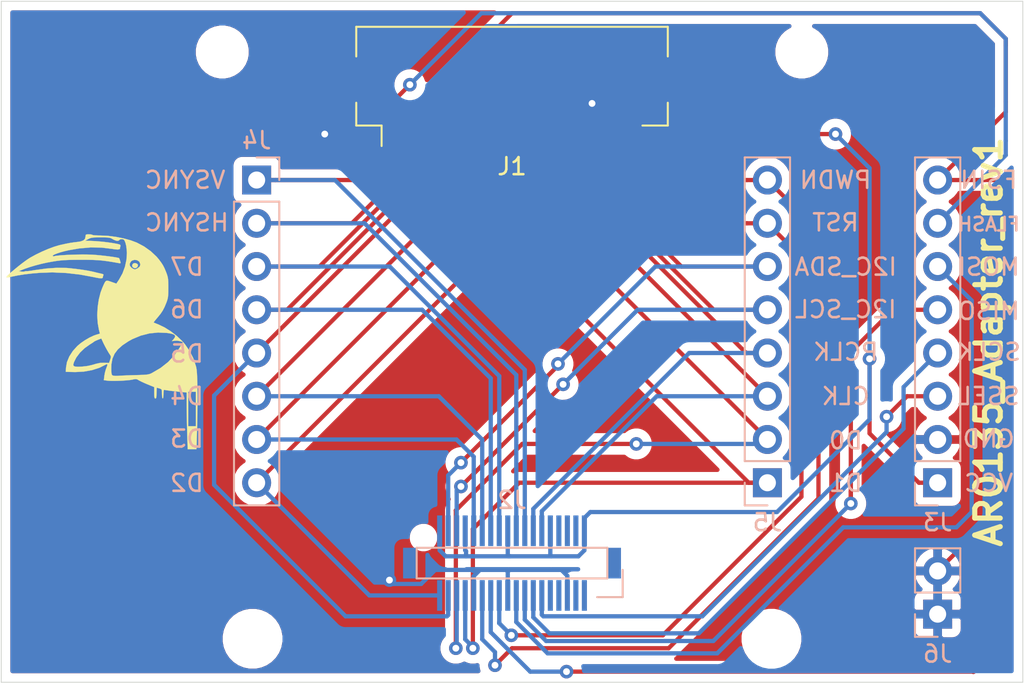
<source format=kicad_pcb>
(kicad_pcb (version 20171130) (host pcbnew "(5.1.0)-1")

  (general
    (thickness 1.6)
    (drawings 35)
    (tracks 267)
    (zones 0)
    (modules 11)
    (nets 36)
  )

  (page A4)
  (layers
    (0 F.Cu signal)
    (31 B.Cu signal)
    (32 B.Adhes user)
    (33 F.Adhes user)
    (34 B.Paste user)
    (35 F.Paste user)
    (36 B.SilkS user)
    (37 F.SilkS user)
    (38 B.Mask user)
    (39 F.Mask user)
    (40 Dwgs.User user)
    (41 Cmts.User user)
    (42 Eco1.User user)
    (43 Eco2.User user)
    (44 Edge.Cuts user)
    (45 Margin user)
    (46 B.CrtYd user)
    (47 F.CrtYd user)
    (48 B.Fab user hide)
    (49 F.Fab user hide)
  )

  (setup
    (last_trace_width 0.25)
    (trace_clearance 0.2)
    (zone_clearance 0.508)
    (zone_45_only no)
    (trace_min 0.2)
    (via_size 0.8)
    (via_drill 0.4)
    (via_min_size 0.4)
    (via_min_drill 0.3)
    (uvia_size 0.3)
    (uvia_drill 0.1)
    (uvias_allowed no)
    (uvia_min_size 0.2)
    (uvia_min_drill 0.1)
    (edge_width 0.05)
    (segment_width 0.2)
    (pcb_text_width 0.3)
    (pcb_text_size 1.5 1.5)
    (mod_edge_width 0.12)
    (mod_text_size 1 1)
    (mod_text_width 0.15)
    (pad_size 1.524 1.524)
    (pad_drill 0.762)
    (pad_to_mask_clearance 0.051)
    (solder_mask_min_width 0.25)
    (aux_axis_origin 0 0)
    (grid_origin 10 10)
    (visible_elements 7FFFFFFF)
    (pcbplotparams
      (layerselection 0x010fc_ffffffff)
      (usegerberextensions true)
      (usegerberattributes false)
      (usegerberadvancedattributes false)
      (creategerberjobfile false)
      (excludeedgelayer true)
      (linewidth 0.100000)
      (plotframeref false)
      (viasonmask false)
      (mode 1)
      (useauxorigin false)
      (hpglpennumber 1)
      (hpglpenspeed 20)
      (hpglpendiameter 15.000000)
      (psnegative false)
      (psa4output false)
      (plotreference true)
      (plotvalue true)
      (plotinvisibletext false)
      (padsonsilk false)
      (subtractmaskfromsilk false)
      (outputformat 1)
      (mirror false)
      (drillshape 0)
      (scaleselection 1)
      (outputdirectory "Gerber/"))
  )

  (net 0 "")
  (net 1 /GND)
  (net 2 /FLASH)
  (net 3 /DCMI_FSIN)
  (net 4 /DCMI_VSYNC)
  (net 5 /DCMI_HSYNC)
  (net 6 /DCMI_D7)
  (net 7 /DCMI_D6)
  (net 8 /DCMI_D5)
  (net 9 /DCMI_D4)
  (net 10 /DCMI_D3)
  (net 11 /DCMI_D2)
  (net 12 /DCMI_D1)
  (net 13 /DCMI_D0)
  (net 14 /DOUT3)
  (net 15 /DOUT2)
  (net 16 /DOUT1)
  (net 17 /DOUT0)
  (net 18 /DCMI_CLK)
  (net 19 /DCMI_PCLK)
  (net 20 /I2C1_SCL)
  (net 21 /I2C1_SDA)
  (net 22 /DCMI_RST)
  (net 23 /DCMI_PWDN)
  (net 24 /VCC)
  (net 25 /RSVD1)
  (net 26 /RSVD2)
  (net 27 /VDDA)
  (net 28 /RSVD5)
  (net 29 /RSVD3)
  (net 30 /RSVD6)
  (net 31 /RSVD4)
  (net 32 /SPI3_SSEL)
  (net 33 /SPI3_SCLK)
  (net 34 /SPI3_MISO)
  (net 35 /SPI3_MOSI)

  (net_class Default "This is the default net class."
    (clearance 0.2)
    (trace_width 0.25)
    (via_dia 0.8)
    (via_drill 0.4)
    (uvia_dia 0.3)
    (uvia_drill 0.1)
    (add_net /DCMI_CLK)
    (add_net /DCMI_D0)
    (add_net /DCMI_D1)
    (add_net /DCMI_D2)
    (add_net /DCMI_D3)
    (add_net /DCMI_D4)
    (add_net /DCMI_D5)
    (add_net /DCMI_D6)
    (add_net /DCMI_D7)
    (add_net /DCMI_FSIN)
    (add_net /DCMI_HSYNC)
    (add_net /DCMI_PCLK)
    (add_net /DCMI_PWDN)
    (add_net /DCMI_RST)
    (add_net /DCMI_VSYNC)
    (add_net /DOUT0)
    (add_net /DOUT1)
    (add_net /DOUT2)
    (add_net /DOUT3)
    (add_net /FLASH)
    (add_net /GND)
    (add_net /I2C1_SCL)
    (add_net /I2C1_SDA)
    (add_net /RSVD1)
    (add_net /RSVD2)
    (add_net /RSVD3)
    (add_net /RSVD4)
    (add_net /RSVD5)
    (add_net /RSVD6)
    (add_net /SPI3_MISO)
    (add_net /SPI3_MOSI)
    (add_net /SPI3_SCLK)
    (add_net /SPI3_SSEL)
    (add_net /VCC)
    (add_net /VDDA)
  )

  (module sense:Appiko_LOGO_img (layer F.Cu) (tedit 0) (tstamp 5D306791)
    (at 15.9 30)
    (attr smd)
    (fp_text reference G*** (at 0 0) (layer F.SilkS) hide
      (effects (font (size 1 1) (thickness 0.1)))
    )
    (fp_text value Appiko_LOGO_img (at 0.75 0) (layer F.SilkS) hide
      (effects (font (size 1 1) (thickness 0.1)))
    )
    (fp_poly (pts (xy -0.626652 -6.303534) (xy -0.553638 -6.286384) (xy -0.544285 -6.276194) (xy -0.502021 -6.26229)
      (xy -0.387571 -6.251009) (xy -0.219453 -6.243669) (xy -0.056696 -6.241516) (xy 0.37373 -6.220636)
      (xy 0.829996 -6.162711) (xy 1.283289 -6.073408) (xy 1.704796 -5.958399) (xy 2.063444 -5.824359)
      (xy 2.49079 -5.597172) (xy 2.885341 -5.315281) (xy 3.223935 -4.996311) (xy 3.354606 -4.841875)
      (xy 3.496427 -4.651869) (xy 3.602953 -4.485099) (xy 3.69205 -4.309756) (xy 3.781583 -4.094027)
      (xy 3.796858 -4.054381) (xy 3.844028 -3.922842) (xy 3.87653 -3.804401) (xy 3.89702 -3.678981)
      (xy 3.908152 -3.526503) (xy 3.91258 -3.326888) (xy 3.913124 -3.175) (xy 3.911451 -2.937058)
      (xy 3.904668 -2.758407) (xy 3.89013 -2.61899) (xy 3.865192 -2.498752) (xy 3.827209 -2.377638)
      (xy 3.797306 -2.296855) (xy 3.693153 -2.044571) (xy 3.58705 -1.838858) (xy 3.460175 -1.648298)
      (xy 3.293703 -1.441471) (xy 3.264424 -1.407415) (xy 3.161434 -1.285612) (xy 3.085742 -1.190796)
      (xy 3.049249 -1.138096) (xy 3.048046 -1.132314) (xy 3.093191 -1.112473) (xy 3.19779 -1.069767)
      (xy 3.328166 -1.017812) (xy 3.687096 -0.84615) (xy 4.052805 -0.617428) (xy 4.401626 -0.349355)
      (xy 4.709895 -0.059643) (xy 4.895579 0.155147) (xy 5.177185 0.565429) (xy 5.385718 0.982756)
      (xy 5.535259 1.436197) (xy 5.555502 1.517599) (xy 5.576351 1.650805) (xy 5.593676 1.856211)
      (xy 5.607404 2.126701) (xy 5.617465 2.455159) (xy 5.623784 2.834467) (xy 5.626289 3.257508)
      (xy 5.624909 3.717167) (xy 5.619571 4.206326) (xy 5.610202 4.717868) (xy 5.596731 5.244678)
      (xy 5.594246 5.328046) (xy 5.564403 6.310312) (xy 5.049169 6.310312) (xy 5.019326 5.328046)
      (xy 5.010446 5.004944) (xy 5.002609 4.660789) (xy 4.996233 4.318838) (xy 4.991735 4.002343)
      (xy 4.989535 3.73456) (xy 4.989384 3.663603) (xy 4.989286 2.981426) (xy 4.796518 2.96094)
      (xy 4.658399 2.946303) (xy 4.569209 2.936875) (xy 5.08 2.936875) (xy 5.08 4.960937)
      (xy 5.533572 4.960937) (xy 5.533572 2.936875) (xy 5.08 2.936875) (xy 4.569209 2.936875)
      (xy 4.467096 2.926081) (xy 4.259488 2.904171) (xy 4.218215 2.89982) (xy 4.027959 2.878101)
      (xy 3.862222 2.856202) (xy 3.749594 2.83799) (xy 3.730625 2.83387) (xy 3.676211 2.824814)
      (xy 3.645659 2.842346) (xy 3.632098 2.902443) (xy 3.628658 3.02108) (xy 3.628572 3.071152)
      (xy 3.622265 3.207776) (xy 3.60551 3.301522) (xy 3.583215 3.33375) (xy 3.559864 3.29709)
      (xy 3.543758 3.199044) (xy 3.537858 3.059819) (xy 3.536157 2.915402) (xy 3.524979 2.830102)
      (xy 3.49521 2.783661) (xy 3.437737 2.755822) (xy 3.395018 2.742319) (xy 3.293567 2.712678)
      (xy 3.237906 2.698877) (xy 3.236268 2.69875) (xy 3.228879 2.735304) (xy 3.223315 2.832446)
      (xy 3.220517 2.97139) (xy 3.220358 3.01625) (xy 3.217153 3.179156) (xy 3.205526 3.276922)
      (xy 3.182457 3.323642) (xy 3.152322 3.33375) (xy 3.118225 3.319297) (xy 3.097394 3.266705)
      (xy 3.087018 3.162118) (xy 3.084286 2.998315) (xy 3.084286 2.66288) (xy 2.698149 2.504549)
      (xy 2.508912 2.423693) (xy 2.334782 2.343587) (xy 2.203972 2.277412) (xy 2.170091 2.257793)
      (xy 2.075211 2.205537) (xy 1.993655 2.189354) (xy 1.884559 2.204857) (xy 1.819175 2.220132)
      (xy 1.662846 2.246478) (xy 1.442297 2.268691) (xy 1.183954 2.285629) (xy 0.914246 2.296149)
      (xy 0.659602 2.299109) (xy 0.44645 2.293367) (xy 0.33992 2.284071) (xy 0.124295 2.255778)
      (xy 0.154523 1.997614) (xy 0.186038 1.820725) (xy 0.235087 1.639298) (xy 0.247273 1.606133)
      (xy 0.56209 1.606133) (xy 0.568501 1.775749) (xy 0.57905 1.882574) (xy 0.598954 1.943183)
      (xy 0.633429 1.974154) (xy 0.68316 1.990894) (xy 0.806416 2.005736) (xy 0.94984 2.001503)
      (xy 0.9525 2.001199) (xy 1.049112 1.993945) (xy 1.218148 1.985338) (xy 1.441352 1.976141)
      (xy 1.700466 1.967119) (xy 1.927679 1.960368) (xy 2.221378 1.951741) (xy 2.440088 1.942997)
      (xy 2.59951 1.932211) (xy 2.715348 1.917461) (xy 2.803301 1.896821) (xy 2.879073 1.868367)
      (xy 2.948215 1.835301) (xy 3.460132 1.535917) (xy 3.901495 1.187553) (xy 4.275886 0.786964)
      (xy 4.559399 0.377665) (xy 4.772444 0.021112) (xy 4.621423 -0.032808) (xy 4.431453 -0.067688)
      (xy 4.294703 -0.062145) (xy 4.119004 -0.037561) (xy 4.213967 -0.143196) (xy 4.297854 -0.25934)
      (xy 4.31145 -0.349648) (xy 4.24995 -0.418812) (xy 4.108547 -0.471526) (xy 3.882435 -0.512483)
      (xy 3.828718 -0.51942) (xy 3.310883 -0.543633) (xy 2.795548 -0.490189) (xy 2.290119 -0.36069)
      (xy 1.801996 -0.156737) (xy 1.573664 -0.031467) (xy 1.218936 0.204703) (xy 0.947939 0.446529)
      (xy 0.753892 0.704989) (xy 0.630015 0.991058) (xy 0.569529 1.315713) (xy 0.56209 1.606133)
      (xy 0.247273 1.606133) (xy 0.272728 1.536856) (xy 0.325889 1.397442) (xy 0.334238 1.323371)
      (xy 0.297018 1.310603) (xy 0.23595 1.340547) (xy -0.137238 1.527488) (xy -0.568243 1.665449)
      (xy -1.040148 1.750438) (xy -1.536034 1.778466) (xy -1.616143 1.777406) (xy -2.109107 1.766093)
      (xy -2.0986 1.521481) (xy -2.065689 1.331209) (xy -1.668411 1.331209) (xy -1.656023 1.410777)
      (xy -1.582548 1.452101) (xy -1.436096 1.466397) (xy -1.350798 1.467043) (xy -1.138157 1.456759)
      (xy -0.908841 1.432025) (xy -0.79375 1.413414) (xy -0.609479 1.372339) (xy -0.429921 1.323233)
      (xy -0.340178 1.293488) (xy -0.101778 1.241746) (xy 0.134883 1.234993) (xy 0.428515 1.24419)
      (xy 0.495225 1.056232) (xy 0.532488 0.93762) (xy 0.536774 0.860899) (xy 0.506935 0.79363)
      (xy 0.484795 0.761559) (xy 0.402275 0.6349) (xy 0.300913 0.461389) (xy 0.19555 0.267872)
      (xy 0.101027 0.081199) (xy 0.05951 -0.007773) (xy -0.023862 -0.194139) (xy -0.226119 -0.114904)
      (xy -0.349062 -0.062742) (xy -0.433463 -0.019512) (xy -0.452313 -0.005294) (xy -0.500678 0.032426)
      (xy -0.599704 0.097218) (xy -0.684434 0.148982) (xy -1.003584 0.37474) (xy -1.2798 0.641067)
      (xy -1.497072 0.930158) (xy -1.631598 1.202183) (xy -1.668411 1.331209) (xy -2.065689 1.331209)
      (xy -2.042539 1.197373) (xy -1.906354 0.866046) (xy -1.697338 0.541486) (xy -1.435366 0.249673)
      (xy -1.231147 0.078291) (xy -0.983866 -0.091935) (xy -0.72103 -0.244552) (xy -0.47015 -0.363102)
      (xy -0.324917 -0.414564) (xy -0.106508 -0.478039) (xy -0.169248 -0.725192) (xy -0.23924 -1.124955)
      (xy -0.262053 -1.565764) (xy -0.239711 -2.023814) (xy -0.174238 -2.475301) (xy -0.067657 -2.896421)
      (xy 0.039555 -3.18143) (xy 0.123319 -3.370923) (xy 0.185644 -3.4965) (xy 0.242185 -3.566679)
      (xy 0.3086 -3.589979) (xy 0.400543 -3.574918) (xy 0.533671 -3.530015) (xy 0.622211 -3.498459)
      (xy 0.858886 -3.415284) (xy 1.021746 -3.658427) (xy 1.220243 -4.016746) (xy 1.365078 -4.409559)
      (xy 1.402137 -4.581726) (xy 1.642856 -4.581726) (xy 1.65842 -4.454048) (xy 1.759794 -4.340708)
      (xy 1.836965 -4.294498) (xy 1.911971 -4.259737) (xy 1.968103 -4.254892) (xy 2.04142 -4.283908)
      (xy 2.120447 -4.325503) (xy 2.236189 -4.425265) (xy 2.269855 -4.548747) (xy 2.219199 -4.681973)
      (xy 2.184572 -4.724641) (xy 2.065676 -4.797036) (xy 1.919838 -4.811423) (xy 1.781198 -4.768481)
      (xy 1.71553 -4.71532) (xy 1.642856 -4.581726) (xy 1.402137 -4.581726) (xy 1.453001 -4.818021)
      (xy 1.480768 -5.223289) (xy 1.445132 -5.606519) (xy 1.393192 -5.814219) (xy 1.350471 -5.920908)
      (xy 1.306162 -5.992292) (xy 1.294887 -6.002127) (xy 1.194858 -6.030948) (xy 1.090687 -6.018629)
      (xy 1.025781 -5.970535) (xy 1.024966 -5.96876) (xy 0.964501 -5.927449) (xy 0.853026 -5.9367)
      (xy 0.706512 -5.993539) (xy 0.615088 -6.045061) (xy 0.546513 -6.08237) (xy 0.469985 -6.107185)
      (xy 0.366021 -6.121965) (xy 0.215136 -6.12917) (xy -0.002155 -6.131258) (xy -0.068035 -6.13127)
      (xy -0.303787 -6.129791) (xy -0.469725 -6.123908) (xy -0.586732 -6.110767) (xy -0.67569 -6.087512)
      (xy -0.757484 -6.051289) (xy -0.79375 -6.032051) (xy -0.975178 -5.933282) (xy -0.635 -5.924502)
      (xy -0.380234 -5.912574) (xy -0.100104 -5.890559) (xy 0.187349 -5.860836) (xy 0.464083 -5.825783)
      (xy 0.712056 -5.787779) (xy 0.913229 -5.749201) (xy 1.049559 -5.712428) (xy 1.083341 -5.697986)
      (xy 1.107255 -5.640455) (xy 1.087961 -5.574689) (xy 1.067389 -5.502658) (xy 1.078355 -5.475669)
      (xy 1.073392 -5.458857) (xy 1.032422 -5.434277) (xy 0.945228 -5.417499) (xy 0.793449 -5.427335)
      (xy 0.612133 -5.455806) (xy -0.009714 -5.532466) (xy -0.655724 -5.540988) (xy -1.333332 -5.481143)
      (xy -1.931828 -5.377988) (xy -2.189575 -5.318843) (xy -2.425293 -5.25429) (xy -2.625495 -5.189125)
      (xy -2.776693 -5.128146) (xy -2.8654 -5.076153) (xy -2.880358 -5.040567) (xy -2.831424 -5.013743)
      (xy -2.817661 -5.017485) (xy -2.730819 -5.040798) (xy -2.568701 -5.062641) (xy -2.346743 -5.082349)
      (xy -2.080378 -5.099258) (xy -1.785041 -5.112705) (xy -1.476167 -5.122025) (xy -1.169189 -5.126554)
      (xy -0.879542 -5.125628) (xy -0.62266 -5.118582) (xy -0.551314 -5.115008) (xy -0.330687 -5.099256)
      (xy -0.083045 -5.076376) (xy 0.174699 -5.048545) (xy 0.425634 -5.017942) (xy 0.65285 -4.986743)
      (xy 0.839434 -4.957125) (xy 0.968475 -4.931267) (xy 1.022096 -4.912427) (xy 1.040274 -4.870837)
      (xy 1.071165 -4.780916) (xy 1.080995 -4.74997) (xy 1.108227 -4.653276) (xy 1.100368 -4.614116)
      (xy 1.046488 -4.613517) (xy 1.006364 -4.620405) (xy 0.631816 -4.685711) (xy 0.31753 -4.734854)
      (xy 0.038269 -4.770038) (xy -0.231201 -4.793468) (xy -0.516117 -4.807347) (xy -0.841713 -4.813881)
      (xy -1.224642 -4.815281) (xy -1.611546 -4.813282) (xy -1.929559 -4.80682) (xy -2.200457 -4.794044)
      (xy -2.446013 -4.773107) (xy -2.688004 -4.742158) (xy -2.948204 -4.699349) (xy -3.243035 -4.643876)
      (xy -3.55428 -4.574807) (xy -3.893847 -4.485771) (xy -4.22491 -4.387202) (xy -4.510639 -4.28953)
      (xy -4.558392 -4.271299) (xy -4.875892 -4.147344) (xy -4.717142 -4.125426) (xy -4.597098 -4.118933)
      (xy -4.514241 -4.132129) (xy -4.508862 -4.135003) (xy -4.450278 -4.152441) (xy -4.437637 -4.147517)
      (xy -4.386925 -4.146724) (xy -4.26669 -4.159387) (xy -4.096302 -4.183156) (xy -3.942882 -4.207585)
      (xy -3.253408 -4.302315) (xy -2.628647 -4.345392) (xy -2.070365 -4.336708) (xy -1.954417 -4.327639)
      (xy -1.558198 -4.286211) (xy -1.175224 -4.236021) (xy -0.829062 -4.180582) (xy -0.54328 -4.123407)
      (xy -0.47625 -4.107303) (xy -0.296594 -4.06334) (xy -0.11402 -4.020694) (xy -0.056119 -4.007757)
      (xy 0.061754 -3.977046) (xy 0.10735 -3.94603) (xy 0.097889 -3.90144) (xy 0.092888 -3.892928)
      (xy 0.066188 -3.826174) (xy 0.070728 -3.80103) (xy 0.061241 -3.763719) (xy 0.035114 -3.740056)
      (xy -0.028617 -3.725717) (xy -0.153589 -3.735889) (xy -0.349877 -3.77167) (xy -0.446219 -3.792422)
      (xy -1.272372 -3.945852) (xy -2.095087 -4.040575) (xy -2.896681 -4.07514) (xy -3.607239 -4.052057)
      (xy -4.113173 -4.00913) (xy -4.550572 -3.95797) (xy -4.94141 -3.895632) (xy -5.255176 -3.831262)
      (xy -5.410657 -3.799865) (xy -5.533701 -3.782033) (xy -5.593686 -3.781232) (xy -5.588569 -3.813494)
      (xy -5.524993 -3.888184) (xy -5.413679 -3.996384) (xy -5.265344 -4.129176) (xy -5.090709 -4.277641)
      (xy -4.900493 -4.432862) (xy -4.705415 -4.585919) (xy -4.516194 -4.727894) (xy -4.343549 -4.849869)
      (xy -4.198199 -4.942926) (xy -4.195535 -4.944494) (xy -3.867568 -5.123849) (xy -3.510036 -5.296437)
      (xy -3.147324 -5.451885) (xy -2.803819 -5.579821) (xy -2.503907 -5.669871) (xy -2.471964 -5.677648)
      (xy -2.122705 -5.756103) (xy -1.83542 -5.811069) (xy -1.58706 -5.846726) (xy -1.477615 -5.857968)
      (xy -1.234766 -5.894846) (xy -1.071536 -5.957488) (xy -0.980074 -6.050623) (xy -0.9525 -6.174287)
      (xy -0.947955 -6.25787) (xy -0.917862 -6.29745) (xy -0.837538 -6.309477) (xy -0.748392 -6.310313)
      (xy -0.626652 -6.303534)) (layer F.SilkS) (width 0.01))
    (fp_poly (pts (xy 2.077785 -4.581664) (xy 2.129959 -4.519987) (xy 2.131786 -4.506381) (xy 2.099457 -4.397111)
      (xy 2.019371 -4.333425) (xy 1.916882 -4.325187) (xy 1.81734 -4.38226) (xy 1.816092 -4.383565)
      (xy 1.783881 -4.4707) (xy 1.813982 -4.563449) (xy 1.887334 -4.619786) (xy 1.983463 -4.621168)
      (xy 2.077785 -4.581664)) (layer F.SilkS) (width 0.01))
  )

  (module "sense:DF12(3.5)-36DP-0.5V(86)" locked (layer B.Cu) (tedit 5D2F1CAC) (tstamp 5D2F2FEC)
    (at 40 43 180)
    (path /5D2DB0B2)
    (fp_text reference J2 (at 0 3.7 180) (layer B.SilkS)
      (effects (font (size 1 1) (thickness 0.15)) (justify mirror))
    )
    (fp_text value "DF 12-36-DP" (at 0 4.9 180) (layer B.Fab)
      (effects (font (size 1 1) (thickness 0.15)) (justify mirror))
    )
    (fp_line (start -5.6 0.9) (end -5.6 -0.9) (layer B.SilkS) (width 0.12))
    (fp_line (start -5.6 -0.9) (end 5.6 -0.9) (layer B.SilkS) (width 0.12))
    (fp_line (start 5.6 -0.9) (end 5.6 0.9) (layer B.SilkS) (width 0.12))
    (fp_line (start 5.6 0.9) (end -5.6 0.9) (layer B.SilkS) (width 0.12))
    (fp_line (start -6.5 -3) (end 6.6 -3) (layer Dwgs.User) (width 0.12))
    (fp_line (start 6.6 -3) (end 6.6 3) (layer Dwgs.User) (width 0.12))
    (fp_line (start 6.6 3) (end -6.6 3) (layer Dwgs.User) (width 0.12))
    (fp_line (start -6.6 3) (end -6.5 -3) (layer Dwgs.User) (width 0.12))
    (pad 35 smd rect (at 4.25 -1.9 180) (size 0.3 1.8) (layers B.Cu B.Paste B.Mask)
      (net 11 /DCMI_D2))
    (pad "" np_thru_hole circle (at -5.3 1.5 180) (size 0.6 0.6) (drill 0.6) (layers *.Cu *.Mask))
    (pad "" np_thru_hole circle (at 5.2 1.5 180) (size 0.6 0.6) (drill 0.6) (layers *.Cu *.Mask))
    (pad 36 smd rect (at 4.25 1.9 180) (size 0.3 1.8) (layers B.Cu B.Paste B.Mask)
      (net 24 /VCC))
    (pad 33 smd rect (at 3.75 -1.9 180) (size 0.3 1.8) (layers B.Cu B.Paste B.Mask)
      (net 8 /DCMI_D5))
    (pad 34 smd rect (at 3.75 1.9 180) (size 0.3 1.8) (layers B.Cu B.Paste B.Mask)
      (net 21 /I2C1_SDA))
    (pad 31 smd rect (at 3.25 -1.9 180) (size 0.3 1.8) (layers B.Cu B.Paste B.Mask)
      (net 13 /DCMI_D0))
    (pad 32 smd rect (at 3.25 1.9 180) (size 0.3 1.8) (layers B.Cu B.Paste B.Mask)
      (net 20 /I2C1_SCL))
    (pad 29 smd rect (at 2.75 -1.9 180) (size 0.3 1.8) (layers B.Cu B.Paste B.Mask)
      (net 12 /DCMI_D1))
    (pad 30 smd rect (at 2.75 1.9 180) (size 0.3 1.8) (layers B.Cu B.Paste B.Mask)
      (net 24 /VCC))
    (pad 27 smd rect (at 2.25 -1.9 180) (size 0.3 1.8) (layers B.Cu B.Paste B.Mask)
      (net 1 /GND))
    (pad 28 smd rect (at 2.25 1.9 180) (size 0.3 1.8) (layers B.Cu B.Paste B.Mask)
      (net 10 /DCMI_D3))
    (pad 25 smd rect (at 1.75 -1.9 180) (size 0.3 1.8) (layers B.Cu B.Paste B.Mask)
      (net 23 /DCMI_PWDN))
    (pad 26 smd rect (at 1.75 1.9 180) (size 0.3 1.8) (layers B.Cu B.Paste B.Mask)
      (net 9 /DCMI_D4))
    (pad 23 smd rect (at 1.25 -1.9 180) (size 0.3 1.8) (layers B.Cu B.Paste B.Mask)
      (net 3 /DCMI_FSIN))
    (pad 24 smd rect (at 1.25 1.9 180) (size 0.3 1.8) (layers B.Cu B.Paste B.Mask)
      (net 7 /DCMI_D6))
    (pad 21 smd rect (at 0.75 -1.9 180) (size 0.3 1.8) (layers B.Cu B.Paste B.Mask)
      (net 22 /DCMI_RST))
    (pad 22 smd rect (at 0.75 1.9 180) (size 0.3 1.8) (layers B.Cu B.Paste B.Mask)
      (net 6 /DCMI_D7))
    (pad 19 smd rect (at 0.25 -1.9 180) (size 0.3 1.8) (layers B.Cu B.Paste B.Mask)
      (net 1 /GND))
    (pad 20 smd rect (at 0.25 1.9 180) (size 0.3 1.8) (layers B.Cu B.Paste B.Mask)
      (net 24 /VCC))
    (pad 17 smd rect (at -0.25 -1.9 180) (size 0.3 1.8) (layers B.Cu B.Paste B.Mask)
      (net 35 /SPI3_MOSI))
    (pad 18 smd rect (at -0.25 1.9 180) (size 0.3 1.8) (layers B.Cu B.Paste B.Mask)
      (net 5 /DCMI_HSYNC))
    (pad 15 smd rect (at -0.75 -1.9 180) (size 0.3 1.8) (layers B.Cu B.Paste B.Mask)
      (net 34 /SPI3_MISO))
    (pad 16 smd rect (at -0.75 1.9 180) (size 0.3 1.8) (layers B.Cu B.Paste B.Mask)
      (net 4 /DCMI_VSYNC))
    (pad 13 smd rect (at -1.25 -1.9 180) (size 0.3 1.8) (layers B.Cu B.Paste B.Mask)
      (net 33 /SPI3_SCLK))
    (pad 14 smd rect (at -1.25 1.9 180) (size 0.3 1.8) (layers B.Cu B.Paste B.Mask)
      (net 19 /DCMI_PCLK))
    (pad 11 smd rect (at -1.75 -1.9 180) (size 0.3 1.8) (layers B.Cu B.Paste B.Mask)
      (net 32 /SPI3_SSEL))
    (pad 12 smd rect (at -1.75 1.9 180) (size 0.3 1.8) (layers B.Cu B.Paste B.Mask)
      (net 18 /DCMI_CLK))
    (pad 9 smd rect (at -2.25 -1.9 180) (size 0.3 1.8) (layers B.Cu B.Paste B.Mask)
      (net 31 /RSVD4))
    (pad 10 smd rect (at -2.25 1.9 180) (size 0.3 1.8) (layers B.Cu B.Paste B.Mask)
      (net 24 /VCC))
    (pad 7 smd rect (at -2.75 -1.9 180) (size 0.3 1.8) (layers B.Cu B.Paste B.Mask)
      (net 29 /RSVD3))
    (pad 8 smd rect (at -2.75 1.9 180) (size 0.3 1.8) (layers B.Cu B.Paste B.Mask)
      (net 30 /RSVD6))
    (pad 5 smd rect (at -3.25 -1.9 180) (size 0.3 1.8) (layers B.Cu B.Paste B.Mask)
      (net 1 /GND))
    (pad 6 smd rect (at -3.25 1.9 180) (size 0.3 1.8) (layers B.Cu B.Paste B.Mask)
      (net 28 /RSVD5))
    (pad 3 smd rect (at -3.75 -1.9 180) (size 0.3 1.8) (layers B.Cu B.Paste B.Mask)
      (net 26 /RSVD2))
    (pad 4 smd rect (at -3.75 1.9 180) (size 0.3 1.8) (layers B.Cu B.Paste B.Mask)
      (net 27 /VDDA))
    (pad 1 smd rect (at -4.25 -1.9 180) (size 0.3 1.8) (layers B.Cu B.Paste B.Mask)
      (net 25 /RSVD1))
    (pad 2 smd rect (at -4.25 1.9 180) (size 0.3 1.8) (layers B.Cu B.Paste B.Mask)
      (net 24 /VCC))
    (pad "" smd rect (at 6 0 180) (size 0.8 1.8) (layers B.Cu B.Paste B.Mask))
    (pad "" smd rect (at -6 0 180) (size 0.8 1.8) (layers B.Cu B.Paste B.Mask))
    (model "${KIPRJMOD}/AR0135_adapter_rev1_3D Files/DF12(3.5)-36DP-0.5V.stp"
      (at (xyz 0 0 0))
      (scale (xyz 1 1 1))
      (rotate (xyz 0 0 0))
    )
  )

  (module Connector_FFC-FPC:Hirose_FH12-30S-0.5SH_1x30-1MP_P0.50mm_Horizontal locked (layer F.Cu) (tedit 5D2F1BA7) (tstamp 5D2F2FB8)
    (at 40 16 180)
    (descr "Molex FH12, FFC/FPC connector, FH12-30S-0.5SH, 30 Pins per row (https://www.hirose.com/product/en/products/FH12/FH12-24S-0.5SH(55)/), generated with kicad-footprint-generator")
    (tags "connector Hirose  top entry")
    (path /5D2EB405)
    (attr smd)
    (fp_text reference J1 (at 0 -3.7 180) (layer F.SilkS)
      (effects (font (size 1 1) (thickness 0.15)))
    )
    (fp_text value Conn_01x30 (at 0 5.6 180) (layer F.Fab)
      (effects (font (size 1 1) (thickness 0.15)))
    )
    (fp_text user %R (at 0 3.7 180) (layer F.Fab)
      (effects (font (size 1 1) (thickness 0.15)))
    )
    (fp_line (start 10.55 -3) (end -10.55 -3) (layer F.CrtYd) (width 0.05))
    (fp_line (start 10.55 4.9) (end 10.55 -3) (layer F.CrtYd) (width 0.05))
    (fp_line (start -10.55 4.9) (end 10.55 4.9) (layer F.CrtYd) (width 0.05))
    (fp_line (start -10.55 -3) (end -10.55 4.9) (layer F.CrtYd) (width 0.05))
    (fp_line (start -7.25 -0.492893) (end -6.75 -1.2) (layer F.Fab) (width 0.1))
    (fp_line (start -7.75 -1.2) (end -7.25 -0.492893) (layer F.Fab) (width 0.1))
    (fp_line (start 7.66 -1.3) (end 7.66 -2.5) (layer F.SilkS) (width 0.12))
    (fp_line (start 9.15 4.5) (end 9.15 2.76) (layer F.SilkS) (width 0.12))
    (fp_line (start -9.15 4.5) (end 9.15 4.5) (layer F.SilkS) (width 0.12))
    (fp_line (start -9.15 2.76) (end -9.15 4.5) (layer F.SilkS) (width 0.12))
    (fp_line (start 9.15 -1.3) (end 9.15 0.04) (layer F.SilkS) (width 0.12))
    (fp_line (start 7.66 -1.3) (end 9.15 -1.3) (layer F.SilkS) (width 0.12))
    (fp_line (start -9.15 -1.3) (end -9.15 0.04) (layer F.SilkS) (width 0.12))
    (fp_line (start -7.66 -1.3) (end -9.15 -1.3) (layer F.SilkS) (width 0.12))
    (fp_line (start 8.95 4.4) (end 0 4.4) (layer F.Fab) (width 0.1))
    (fp_line (start 8.95 3.7) (end 8.95 4.4) (layer F.Fab) (width 0.1))
    (fp_line (start 8.45 3.7) (end 8.95 3.7) (layer F.Fab) (width 0.1))
    (fp_line (start 8.45 3.4) (end 8.45 3.7) (layer F.Fab) (width 0.1))
    (fp_line (start 9.05 3.4) (end 8.45 3.4) (layer F.Fab) (width 0.1))
    (fp_line (start 9.05 -1.2) (end 9.05 3.4) (layer F.Fab) (width 0.1))
    (fp_line (start 0 -1.2) (end 9.05 -1.2) (layer F.Fab) (width 0.1))
    (fp_line (start -8.95 4.4) (end 0 4.4) (layer F.Fab) (width 0.1))
    (fp_line (start -8.95 3.7) (end -8.95 4.4) (layer F.Fab) (width 0.1))
    (fp_line (start -8.45 3.7) (end -8.95 3.7) (layer F.Fab) (width 0.1))
    (fp_line (start -8.45 3.4) (end -8.45 3.7) (layer F.Fab) (width 0.1))
    (fp_line (start -9.05 3.4) (end -8.45 3.4) (layer F.Fab) (width 0.1))
    (fp_line (start -9.05 -1.2) (end -9.05 3.4) (layer F.Fab) (width 0.1))
    (fp_line (start 0 -1.2) (end -9.05 -1.2) (layer F.Fab) (width 0.1))
    (pad 1 smd rect (at 7.25 -1.85 180) (size 0.3 1.3) (layers F.Cu F.Paste F.Mask)
      (net 1 /GND))
    (pad 2 smd rect (at 6.75 -1.85 180) (size 0.3 1.3) (layers F.Cu F.Paste F.Mask)
      (net 2 /FLASH))
    (pad 3 smd rect (at 6.25 -1.85 180) (size 0.3 1.3) (layers F.Cu F.Paste F.Mask)
      (net 3 /DCMI_FSIN))
    (pad 4 smd rect (at 5.75 -1.85 180) (size 0.3 1.3) (layers F.Cu F.Paste F.Mask)
      (net 4 /DCMI_VSYNC))
    (pad 5 smd rect (at 5.25 -1.85 180) (size 0.3 1.3) (layers F.Cu F.Paste F.Mask)
      (net 5 /DCMI_HSYNC))
    (pad 6 smd rect (at 4.75 -1.85 180) (size 0.3 1.3) (layers F.Cu F.Paste F.Mask)
      (net 6 /DCMI_D7))
    (pad 7 smd rect (at 4.25 -1.85 180) (size 0.3 1.3) (layers F.Cu F.Paste F.Mask)
      (net 7 /DCMI_D6))
    (pad 8 smd rect (at 3.75 -1.85 180) (size 0.3 1.3) (layers F.Cu F.Paste F.Mask)
      (net 8 /DCMI_D5))
    (pad 9 smd rect (at 3.25 -1.85 180) (size 0.3 1.3) (layers F.Cu F.Paste F.Mask)
      (net 9 /DCMI_D4))
    (pad 10 smd rect (at 2.75 -1.85 180) (size 0.3 1.3) (layers F.Cu F.Paste F.Mask)
      (net 10 /DCMI_D3))
    (pad 11 smd rect (at 2.25 -1.85 180) (size 0.3 1.3) (layers F.Cu F.Paste F.Mask)
      (net 11 /DCMI_D2))
    (pad 12 smd rect (at 1.75 -1.85 180) (size 0.3 1.3) (layers F.Cu F.Paste F.Mask)
      (net 12 /DCMI_D1))
    (pad 13 smd rect (at 1.25 -1.85 180) (size 0.3 1.3) (layers F.Cu F.Paste F.Mask)
      (net 1 /GND))
    (pad 14 smd rect (at 0.75 -1.85 180) (size 0.3 1.3) (layers F.Cu F.Paste F.Mask)
      (net 13 /DCMI_D0))
    (pad 15 smd rect (at 0.25 -1.85 180) (size 0.3 1.3) (layers F.Cu F.Paste F.Mask)
      (net 14 /DOUT3))
    (pad 16 smd rect (at -0.25 -1.85 180) (size 0.3 1.3) (layers F.Cu F.Paste F.Mask)
      (net 15 /DOUT2))
    (pad 17 smd rect (at -0.75 -1.85 180) (size 0.3 1.3) (layers F.Cu F.Paste F.Mask)
      (net 16 /DOUT1))
    (pad 18 smd rect (at -1.25 -1.85 180) (size 0.3 1.3) (layers F.Cu F.Paste F.Mask)
      (net 17 /DOUT0))
    (pad 19 smd rect (at -1.75 -1.85 180) (size 0.3 1.3) (layers F.Cu F.Paste F.Mask)
      (net 18 /DCMI_CLK))
    (pad 20 smd rect (at -2.25 -1.85 180) (size 0.3 1.3) (layers F.Cu F.Paste F.Mask)
      (net 19 /DCMI_PCLK))
    (pad 21 smd rect (at -2.75 -1.85 180) (size 0.3 1.3) (layers F.Cu F.Paste F.Mask)
      (net 20 /I2C1_SCL))
    (pad 22 smd rect (at -3.25 -1.85 180) (size 0.3 1.3) (layers F.Cu F.Paste F.Mask)
      (net 21 /I2C1_SDA))
    (pad 23 smd rect (at -3.75 -1.85 180) (size 0.3 1.3) (layers F.Cu F.Paste F.Mask)
      (net 22 /DCMI_RST))
    (pad 24 smd rect (at -4.25 -1.85 180) (size 0.3 1.3) (layers F.Cu F.Paste F.Mask)
      (net 1 /GND))
    (pad 25 smd rect (at -4.75 -1.85 180) (size 0.3 1.3) (layers F.Cu F.Paste F.Mask)
      (net 1 /GND))
    (pad 26 smd rect (at -5.25 -1.85 180) (size 0.3 1.3) (layers F.Cu F.Paste F.Mask)
      (net 23 /DCMI_PWDN))
    (pad 27 smd rect (at -5.75 -1.85 180) (size 0.3 1.3) (layers F.Cu F.Paste F.Mask)
      (net 24 /VCC))
    (pad 28 smd rect (at -6.25 -1.85 180) (size 0.3 1.3) (layers F.Cu F.Paste F.Mask)
      (net 24 /VCC))
    (pad 29 smd rect (at -6.75 -1.85 180) (size 0.3 1.3) (layers F.Cu F.Paste F.Mask)
      (net 24 /VCC))
    (pad 30 smd rect (at -7.25 -1.85 180) (size 0.3 1.3) (layers F.Cu F.Paste F.Mask)
      (net 24 /VCC))
    (pad MP smd rect (at -9.15 1.4 180) (size 1.8 2.2) (layers F.Cu F.Paste F.Mask))
    (pad MP smd rect (at 9.15 1.4 180) (size 1.8 2.2) (layers F.Cu F.Paste F.Mask))
    (model ${KISYS3DMOD}/Connector_FFC-FPC.3dshapes/Hirose_FH12-30S-0.5SH_1x30-1MP_P0.50mm_Horizontal.wrl
      (at (xyz 0 0 0))
      (scale (xyz 1 1 1))
      (rotate (xyz 0 0 0))
    )
  )

  (module MountingHole:MountingHole_2.5mm locked (layer F.Cu) (tedit 56D1B4CB) (tstamp 5D2F585C)
    (at 24.76 47.445)
    (descr "Mounting Hole 2.5mm, no annular")
    (tags "mounting hole 2.5mm no annular")
    (path /5D36D4A5)
    (attr virtual)
    (fp_text reference MK1 (at 0 -3.5) (layer F.SilkS) hide
      (effects (font (size 1 1) (thickness 0.15)))
    )
    (fp_text value Mounting_Hole (at 0 3.5) (layer F.Fab)
      (effects (font (size 1 1) (thickness 0.15)))
    )
    (fp_text user %R (at 0.3 0) (layer F.Fab)
      (effects (font (size 1 1) (thickness 0.15)))
    )
    (fp_circle (center 0 0) (end 2.5 0) (layer Cmts.User) (width 0.15))
    (fp_circle (center 0 0) (end 2.75 0) (layer F.CrtYd) (width 0.05))
    (pad 1 np_thru_hole circle (at 0 0) (size 2.5 2.5) (drill 2.5) (layers *.Cu *.Mask))
  )

  (module MountingHole:MountingHole_2.5mm locked (layer F.Cu) (tedit 56D1B4CB) (tstamp 5D2F3019)
    (at 55.24 47.445)
    (descr "Mounting Hole 2.5mm, no annular")
    (tags "mounting hole 2.5mm no annular")
    (path /5D36D661)
    (attr virtual)
    (fp_text reference MK2 (at 0 -3.5) (layer F.SilkS) hide
      (effects (font (size 1 1) (thickness 0.15)))
    )
    (fp_text value Mounting_Hole (at 0 3.5) (layer F.Fab)
      (effects (font (size 1 1) (thickness 0.15)))
    )
    (fp_circle (center 0 0) (end 2.75 0) (layer F.CrtYd) (width 0.05))
    (fp_circle (center 0 0) (end 2.5 0) (layer Cmts.User) (width 0.15))
    (fp_text user %R (at 0.3 0) (layer F.Fab)
      (effects (font (size 1 1) (thickness 0.15)))
    )
    (pad 1 np_thru_hole circle (at 0 0) (size 2.5 2.5) (drill 2.5) (layers *.Cu *.Mask))
  )

  (module MountingHole:MountingHole_2.1mm locked (layer F.Cu) (tedit 5B924765) (tstamp 5D2F3021)
    (at 22.98 12.98)
    (descr "Mounting Hole 2.1mm, no annular")
    (tags "mounting hole 2.1mm no annular")
    (path /5D36DB15)
    (attr virtual)
    (fp_text reference MK3 (at 0 -3.2) (layer F.SilkS) hide
      (effects (font (size 1 1) (thickness 0.15)))
    )
    (fp_text value Mounting_Hole (at 0 3.2) (layer F.Fab)
      (effects (font (size 1 1) (thickness 0.15)))
    )
    (fp_text user %R (at 0.3 0) (layer F.Fab)
      (effects (font (size 1 1) (thickness 0.15)))
    )
    (fp_circle (center 0 0) (end 2.1 0) (layer Cmts.User) (width 0.15))
    (fp_circle (center 0 0) (end 2.35 0) (layer F.CrtYd) (width 0.05))
    (pad "" np_thru_hole circle (at 0 0) (size 2.1 2.1) (drill 2.1) (layers *.Cu *.Mask))
  )

  (module MountingHole:MountingHole_2.1mm locked (layer F.Cu) (tedit 5B924765) (tstamp 5D2F3029)
    (at 57.02 12.98)
    (descr "Mounting Hole 2.1mm, no annular")
    (tags "mounting hole 2.1mm no annular")
    (path /5D36DD86)
    (attr virtual)
    (fp_text reference MK4 (at 0 -3.2) (layer F.SilkS) hide
      (effects (font (size 1 1) (thickness 0.15)))
    )
    (fp_text value Mounting_Hole (at 0 3.2) (layer F.Fab)
      (effects (font (size 1 1) (thickness 0.15)))
    )
    (fp_circle (center 0 0) (end 2.35 0) (layer F.CrtYd) (width 0.05))
    (fp_circle (center 0 0) (end 2.1 0) (layer Cmts.User) (width 0.15))
    (fp_text user %R (at 0.3 0) (layer F.Fab)
      (effects (font (size 1 1) (thickness 0.15)))
    )
    (pad "" np_thru_hole circle (at 0 0) (size 2.1 2.1) (drill 2.1) (layers *.Cu *.Mask))
  )

  (module Connector_PinHeader_2.54mm:PinHeader_1x08_P2.54mm_Vertical locked (layer B.Cu) (tedit 59FED5CC) (tstamp 5D2F731A)
    (at 65 38.28)
    (descr "Through hole straight pin header, 1x08, 2.54mm pitch, single row")
    (tags "Through hole pin header THT 1x08 2.54mm single row")
    (path /5D33D6BC)
    (fp_text reference J3 (at 0 2.33) (layer B.SilkS)
      (effects (font (size 1 1) (thickness 0.15)) (justify mirror))
    )
    (fp_text value Conn_01x08 (at 0 -20.11) (layer B.Fab)
      (effects (font (size 1 1) (thickness 0.15)) (justify mirror))
    )
    (fp_line (start -0.635 1.27) (end 1.27 1.27) (layer B.Fab) (width 0.1))
    (fp_line (start 1.27 1.27) (end 1.27 -19.05) (layer B.Fab) (width 0.1))
    (fp_line (start 1.27 -19.05) (end -1.27 -19.05) (layer B.Fab) (width 0.1))
    (fp_line (start -1.27 -19.05) (end -1.27 0.635) (layer B.Fab) (width 0.1))
    (fp_line (start -1.27 0.635) (end -0.635 1.27) (layer B.Fab) (width 0.1))
    (fp_line (start -1.33 -19.11) (end 1.33 -19.11) (layer B.SilkS) (width 0.12))
    (fp_line (start -1.33 -1.27) (end -1.33 -19.11) (layer B.SilkS) (width 0.12))
    (fp_line (start 1.33 -1.27) (end 1.33 -19.11) (layer B.SilkS) (width 0.12))
    (fp_line (start -1.33 -1.27) (end 1.33 -1.27) (layer B.SilkS) (width 0.12))
    (fp_line (start -1.33 0) (end -1.33 1.33) (layer B.SilkS) (width 0.12))
    (fp_line (start -1.33 1.33) (end 0 1.33) (layer B.SilkS) (width 0.12))
    (fp_line (start -1.8 1.8) (end -1.8 -19.55) (layer B.CrtYd) (width 0.05))
    (fp_line (start -1.8 -19.55) (end 1.8 -19.55) (layer B.CrtYd) (width 0.05))
    (fp_line (start 1.8 -19.55) (end 1.8 1.8) (layer B.CrtYd) (width 0.05))
    (fp_line (start 1.8 1.8) (end -1.8 1.8) (layer B.CrtYd) (width 0.05))
    (fp_text user %R (at 0 -8.89 -90) (layer B.Fab)
      (effects (font (size 1 1) (thickness 0.15)) (justify mirror))
    )
    (pad 1 thru_hole rect (at 0 0) (size 1.7 1.7) (drill 1) (layers *.Cu *.Mask)
      (net 24 /VCC))
    (pad 2 thru_hole oval (at 0 -2.54) (size 1.7 1.7) (drill 1) (layers *.Cu *.Mask)
      (net 1 /GND))
    (pad 3 thru_hole oval (at 0 -5.08) (size 1.7 1.7) (drill 1) (layers *.Cu *.Mask)
      (net 32 /SPI3_SSEL))
    (pad 4 thru_hole oval (at 0 -7.62) (size 1.7 1.7) (drill 1) (layers *.Cu *.Mask)
      (net 33 /SPI3_SCLK))
    (pad 5 thru_hole oval (at 0 -10.16) (size 1.7 1.7) (drill 1) (layers *.Cu *.Mask)
      (net 34 /SPI3_MISO))
    (pad 6 thru_hole oval (at 0 -12.7) (size 1.7 1.7) (drill 1) (layers *.Cu *.Mask)
      (net 35 /SPI3_MOSI))
    (pad 7 thru_hole oval (at 0 -15.24) (size 1.7 1.7) (drill 1) (layers *.Cu *.Mask)
      (net 2 /FLASH))
    (pad 8 thru_hole oval (at 0 -17.78) (size 1.7 1.7) (drill 1) (layers *.Cu *.Mask)
      (net 3 /DCMI_FSIN))
    (model ${KISYS3DMOD}/Connector_PinHeader_2.54mm.3dshapes/PinHeader_1x08_P2.54mm_Vertical.wrl
      (at (xyz 0 0 0))
      (scale (xyz 1 1 1))
      (rotate (xyz 0 0 0))
    )
  )

  (module Connector_PinHeader_2.54mm:PinHeader_1x08_P2.54mm_Vertical locked (layer B.Cu) (tedit 59FED5CC) (tstamp 5D2F7335)
    (at 25 20.5 180)
    (descr "Through hole straight pin header, 1x08, 2.54mm pitch, single row")
    (tags "Through hole pin header THT 1x08 2.54mm single row")
    (path /5D3245FE)
    (fp_text reference J4 (at 0 2.33 180) (layer B.SilkS)
      (effects (font (size 1 1) (thickness 0.15)) (justify mirror))
    )
    (fp_text value Conn_01x08 (at 0 -20.11 180) (layer B.Fab)
      (effects (font (size 1 1) (thickness 0.15)) (justify mirror))
    )
    (fp_text user %R (at 0 -8.89 90) (layer B.Fab)
      (effects (font (size 1 1) (thickness 0.15)) (justify mirror))
    )
    (fp_line (start 1.8 1.8) (end -1.8 1.8) (layer B.CrtYd) (width 0.05))
    (fp_line (start 1.8 -19.55) (end 1.8 1.8) (layer B.CrtYd) (width 0.05))
    (fp_line (start -1.8 -19.55) (end 1.8 -19.55) (layer B.CrtYd) (width 0.05))
    (fp_line (start -1.8 1.8) (end -1.8 -19.55) (layer B.CrtYd) (width 0.05))
    (fp_line (start -1.33 1.33) (end 0 1.33) (layer B.SilkS) (width 0.12))
    (fp_line (start -1.33 0) (end -1.33 1.33) (layer B.SilkS) (width 0.12))
    (fp_line (start -1.33 -1.27) (end 1.33 -1.27) (layer B.SilkS) (width 0.12))
    (fp_line (start 1.33 -1.27) (end 1.33 -19.11) (layer B.SilkS) (width 0.12))
    (fp_line (start -1.33 -1.27) (end -1.33 -19.11) (layer B.SilkS) (width 0.12))
    (fp_line (start -1.33 -19.11) (end 1.33 -19.11) (layer B.SilkS) (width 0.12))
    (fp_line (start -1.27 0.635) (end -0.635 1.27) (layer B.Fab) (width 0.1))
    (fp_line (start -1.27 -19.05) (end -1.27 0.635) (layer B.Fab) (width 0.1))
    (fp_line (start 1.27 -19.05) (end -1.27 -19.05) (layer B.Fab) (width 0.1))
    (fp_line (start 1.27 1.27) (end 1.27 -19.05) (layer B.Fab) (width 0.1))
    (fp_line (start -0.635 1.27) (end 1.27 1.27) (layer B.Fab) (width 0.1))
    (pad 8 thru_hole oval (at 0 -17.78 180) (size 1.7 1.7) (drill 1) (layers *.Cu *.Mask)
      (net 11 /DCMI_D2))
    (pad 7 thru_hole oval (at 0 -15.24 180) (size 1.7 1.7) (drill 1) (layers *.Cu *.Mask)
      (net 10 /DCMI_D3))
    (pad 6 thru_hole oval (at 0 -12.7 180) (size 1.7 1.7) (drill 1) (layers *.Cu *.Mask)
      (net 9 /DCMI_D4))
    (pad 5 thru_hole oval (at 0 -10.16 180) (size 1.7 1.7) (drill 1) (layers *.Cu *.Mask)
      (net 8 /DCMI_D5))
    (pad 4 thru_hole oval (at 0 -7.62 180) (size 1.7 1.7) (drill 1) (layers *.Cu *.Mask)
      (net 7 /DCMI_D6))
    (pad 3 thru_hole oval (at 0 -5.08 180) (size 1.7 1.7) (drill 1) (layers *.Cu *.Mask)
      (net 6 /DCMI_D7))
    (pad 2 thru_hole oval (at 0 -2.54 180) (size 1.7 1.7) (drill 1) (layers *.Cu *.Mask)
      (net 5 /DCMI_HSYNC))
    (pad 1 thru_hole rect (at 0 0 180) (size 1.7 1.7) (drill 1) (layers *.Cu *.Mask)
      (net 4 /DCMI_VSYNC))
    (model ${KISYS3DMOD}/Connector_PinHeader_2.54mm.3dshapes/PinHeader_1x08_P2.54mm_Vertical.wrl
      (at (xyz 0 0 0))
      (scale (xyz 1 1 1))
      (rotate (xyz 0 0 0))
    )
  )

  (module Connector_PinHeader_2.54mm:PinHeader_1x08_P2.54mm_Vertical (layer B.Cu) (tedit 59FED5CC) (tstamp 5D2F736B)
    (at 55 38.28)
    (descr "Through hole straight pin header, 1x08, 2.54mm pitch, single row")
    (tags "Through hole pin header THT 1x08 2.54mm single row")
    (path /5D3824C3)
    (fp_text reference J5 (at 0 2.33) (layer B.SilkS)
      (effects (font (size 1 1) (thickness 0.15)) (justify mirror))
    )
    (fp_text value Conn_01x08 (at 0 -20.11) (layer B.Fab)
      (effects (font (size 1 1) (thickness 0.15)) (justify mirror))
    )
    (fp_line (start -0.635 1.27) (end 1.27 1.27) (layer B.Fab) (width 0.1))
    (fp_line (start 1.27 1.27) (end 1.27 -19.05) (layer B.Fab) (width 0.1))
    (fp_line (start 1.27 -19.05) (end -1.27 -19.05) (layer B.Fab) (width 0.1))
    (fp_line (start -1.27 -19.05) (end -1.27 0.635) (layer B.Fab) (width 0.1))
    (fp_line (start -1.27 0.635) (end -0.635 1.27) (layer B.Fab) (width 0.1))
    (fp_line (start -1.33 -19.11) (end 1.33 -19.11) (layer B.SilkS) (width 0.12))
    (fp_line (start -1.33 -1.27) (end -1.33 -19.11) (layer B.SilkS) (width 0.12))
    (fp_line (start 1.33 -1.27) (end 1.33 -19.11) (layer B.SilkS) (width 0.12))
    (fp_line (start -1.33 -1.27) (end 1.33 -1.27) (layer B.SilkS) (width 0.12))
    (fp_line (start -1.33 0) (end -1.33 1.33) (layer B.SilkS) (width 0.12))
    (fp_line (start -1.33 1.33) (end 0 1.33) (layer B.SilkS) (width 0.12))
    (fp_line (start -1.8 1.8) (end -1.8 -19.55) (layer B.CrtYd) (width 0.05))
    (fp_line (start -1.8 -19.55) (end 1.8 -19.55) (layer B.CrtYd) (width 0.05))
    (fp_line (start 1.8 -19.55) (end 1.8 1.8) (layer B.CrtYd) (width 0.05))
    (fp_line (start 1.8 1.8) (end -1.8 1.8) (layer B.CrtYd) (width 0.05))
    (fp_text user %R (at 0 -8.89 -90) (layer B.Fab)
      (effects (font (size 1 1) (thickness 0.15)) (justify mirror))
    )
    (pad 1 thru_hole rect (at 0 0) (size 1.7 1.7) (drill 1) (layers *.Cu *.Mask)
      (net 12 /DCMI_D1))
    (pad 2 thru_hole oval (at 0 -2.54) (size 1.7 1.7) (drill 1) (layers *.Cu *.Mask)
      (net 13 /DCMI_D0))
    (pad 3 thru_hole oval (at 0 -5.08) (size 1.7 1.7) (drill 1) (layers *.Cu *.Mask)
      (net 18 /DCMI_CLK))
    (pad 4 thru_hole oval (at 0 -7.62) (size 1.7 1.7) (drill 1) (layers *.Cu *.Mask)
      (net 19 /DCMI_PCLK))
    (pad 5 thru_hole oval (at 0 -10.16) (size 1.7 1.7) (drill 1) (layers *.Cu *.Mask)
      (net 20 /I2C1_SCL))
    (pad 6 thru_hole oval (at 0 -12.7) (size 1.7 1.7) (drill 1) (layers *.Cu *.Mask)
      (net 21 /I2C1_SDA))
    (pad 7 thru_hole oval (at 0 -15.24) (size 1.7 1.7) (drill 1) (layers *.Cu *.Mask)
      (net 22 /DCMI_RST))
    (pad 8 thru_hole oval (at 0 -17.78) (size 1.7 1.7) (drill 1) (layers *.Cu *.Mask)
      (net 23 /DCMI_PWDN))
    (model ${KISYS3DMOD}/Connector_PinHeader_2.54mm.3dshapes/PinHeader_1x08_P2.54mm_Vertical.wrl
      (at (xyz 0 0 0))
      (scale (xyz 1 1 1))
      (rotate (xyz 0 0 0))
    )
  )

  (module Connector_PinHeader_2.54mm:PinHeader_1x02_P2.54mm_Vertical (layer B.Cu) (tedit 59FED5CC) (tstamp 5D2FE52E)
    (at 65 46)
    (descr "Through hole straight pin header, 1x02, 2.54mm pitch, single row")
    (tags "Through hole pin header THT 1x02 2.54mm single row")
    (path /5D3BA621)
    (fp_text reference J6 (at 0 2.33) (layer B.SilkS)
      (effects (font (size 1 1) (thickness 0.15)) (justify mirror))
    )
    (fp_text value Conn_01x02 (at 0 -4.87) (layer B.Fab)
      (effects (font (size 1 1) (thickness 0.15)) (justify mirror))
    )
    (fp_line (start -0.635 1.27) (end 1.27 1.27) (layer B.Fab) (width 0.1))
    (fp_line (start 1.27 1.27) (end 1.27 -3.81) (layer B.Fab) (width 0.1))
    (fp_line (start 1.27 -3.81) (end -1.27 -3.81) (layer B.Fab) (width 0.1))
    (fp_line (start -1.27 -3.81) (end -1.27 0.635) (layer B.Fab) (width 0.1))
    (fp_line (start -1.27 0.635) (end -0.635 1.27) (layer B.Fab) (width 0.1))
    (fp_line (start -1.33 -3.87) (end 1.33 -3.87) (layer B.SilkS) (width 0.12))
    (fp_line (start -1.33 -1.27) (end -1.33 -3.87) (layer B.SilkS) (width 0.12))
    (fp_line (start 1.33 -1.27) (end 1.33 -3.87) (layer B.SilkS) (width 0.12))
    (fp_line (start -1.33 -1.27) (end 1.33 -1.27) (layer B.SilkS) (width 0.12))
    (fp_line (start -1.33 0) (end -1.33 1.33) (layer B.SilkS) (width 0.12))
    (fp_line (start -1.33 1.33) (end 0 1.33) (layer B.SilkS) (width 0.12))
    (fp_line (start -1.8 1.8) (end -1.8 -4.35) (layer B.CrtYd) (width 0.05))
    (fp_line (start -1.8 -4.35) (end 1.8 -4.35) (layer B.CrtYd) (width 0.05))
    (fp_line (start 1.8 -4.35) (end 1.8 1.8) (layer B.CrtYd) (width 0.05))
    (fp_line (start 1.8 1.8) (end -1.8 1.8) (layer B.CrtYd) (width 0.05))
    (fp_text user %R (at 0 -1.27 -90) (layer B.Fab)
      (effects (font (size 1 1) (thickness 0.15)) (justify mirror))
    )
    (pad 1 thru_hole rect (at 0 0) (size 1.7 1.7) (drill 1) (layers *.Cu *.Mask)
      (net 1 /GND))
    (pad 2 thru_hole oval (at 0 -2.54) (size 1.7 1.7) (drill 1) (layers *.Cu *.Mask)
      (net 1 /GND))
    (model ${KISYS3DMOD}/Connector_PinHeader_2.54mm.3dshapes/PinHeader_1x02_P2.54mm_Vertical.wrl
      (at (xyz 0 0 0))
      (scale (xyz 1 1 1))
      (rotate (xyz 0 0 0))
    )
  )

  (gr_text AR0135_Adapter_rev1 (at 68 30 90) (layer F.SilkS)
    (effects (font (size 1.5 1.5) (thickness 0.3)))
  )
  (gr_text FSIN (at 68 20.5) (layer B.SilkS)
    (effects (font (size 1 1) (thickness 0.15)) (justify mirror))
  )
  (gr_text FLASH (at 68 23.1) (layer B.SilkS)
    (effects (font (size 0.8 0.8) (thickness 0.15)) (justify mirror))
  )
  (gr_text MOSI (at 68 25.6) (layer B.SilkS)
    (effects (font (size 1 1) (thickness 0.15)) (justify mirror))
  )
  (gr_text MISO (at 68 28.2) (layer B.SilkS)
    (effects (font (size 1 1) (thickness 0.15)) (justify mirror))
  )
  (gr_text SCLK (at 68 30.6) (layer B.SilkS)
    (effects (font (size 1 1) (thickness 0.15)) (justify mirror))
  )
  (gr_text SSEL (at 68 33.2) (layer B.SilkS)
    (effects (font (size 1 1) (thickness 0.15)) (justify mirror))
  )
  (gr_text GND (at 68 35.7) (layer B.SilkS)
    (effects (font (size 1 1) (thickness 0.15)) (justify mirror))
  )
  (gr_text VCC (at 68 38.3) (layer B.SilkS)
    (effects (font (size 1 1) (thickness 0.15)) (justify mirror))
  )
  (gr_text D1 (at 59.6 38.3) (layer B.SilkS)
    (effects (font (size 1 1) (thickness 0.15)) (justify mirror))
  )
  (gr_text D0 (at 59.6 35.8) (layer B.SilkS)
    (effects (font (size 1 1) (thickness 0.15)) (justify mirror))
  )
  (gr_text CLK (at 59.6 33.2) (layer B.SilkS)
    (effects (font (size 1 1) (thickness 0.15)) (justify mirror))
  )
  (gr_text PCLK (at 59.6 30.6) (layer B.SilkS)
    (effects (font (size 1 1) (thickness 0.15)) (justify mirror))
  )
  (gr_text I2C_SCL (at 59.6 28.1) (layer B.SilkS)
    (effects (font (size 1 1) (thickness 0.15)) (justify mirror))
  )
  (gr_text I2C_SDA (at 59.6 25.6) (layer B.SilkS)
    (effects (font (size 1 1) (thickness 0.15)) (justify mirror))
  )
  (gr_text RST (at 59 23) (layer B.SilkS)
    (effects (font (size 1 1) (thickness 0.15)) (justify mirror))
  )
  (gr_text PWDN (at 59 20.5) (layer B.SilkS)
    (effects (font (size 1 1) (thickness 0.15)) (justify mirror))
  )
  (gr_text D2 (at 20.9 38.3) (layer B.SilkS)
    (effects (font (size 1 1) (thickness 0.15)) (justify mirror))
  )
  (gr_text D3 (at 20.9 35.7) (layer B.SilkS)
    (effects (font (size 1 1) (thickness 0.15)) (justify mirror))
  )
  (gr_text D4 (at 20.9 33.2) (layer B.SilkS)
    (effects (font (size 1 1) (thickness 0.15)) (justify mirror))
  )
  (gr_text D5 (at 20.9 30.7) (layer B.SilkS)
    (effects (font (size 1 1) (thickness 0.15)) (justify mirror))
  )
  (gr_text D6 (at 20.9 28.1) (layer B.SilkS)
    (effects (font (size 1 1) (thickness 0.15)) (justify mirror))
  )
  (gr_text D7 (at 20.9 25.6) (layer B.SilkS)
    (effects (font (size 1 1) (thickness 0.15)) (justify mirror))
  )
  (gr_text HSYNC (at 20.9 23) (layer B.SilkS)
    (effects (font (size 1 1) (thickness 0.15)) (justify mirror))
  )
  (gr_text VSYNC (at 20.8 20.5) (layer B.SilkS)
    (effects (font (size 1 1) (thickness 0.15)) (justify mirror))
  )
  (gr_line (start 46.5 45) (end 46.5 43.4) (layer B.SilkS) (width 0.12))
  (gr_line (start 45 45) (end 46.5 45) (layer B.SilkS) (width 0.12))
  (gr_line (start 70 10) (end 10 10) (layer Margin) (width 0.15) (tstamp 5D2F2CCA))
  (gr_line (start 70 50) (end 70 10) (layer Margin) (width 0.15))
  (gr_line (start 10 50) (end 70 50) (layer Margin) (width 0.15))
  (gr_line (start 10 10) (end 10 50) (layer Margin) (width 0.15))
  (gr_line (start 70 10) (end 10 10) (layer Edge.Cuts) (width 0.05) (tstamp 5D2F2CC9))
  (gr_line (start 70 50) (end 70 10) (layer Edge.Cuts) (width 0.05))
  (gr_line (start 10 50) (end 70 50) (layer Edge.Cuts) (width 0.05))
  (gr_line (start 10 10) (end 10 50) (layer Edge.Cuts) (width 0.05))

  (segment (start 44.25 17.85) (end 44.75 17.85) (width 0.25) (layer F.Cu) (net 1))
  (segment (start 38.75 16.95) (end 39.2 16.5) (width 0.25) (layer F.Cu) (net 1))
  (segment (start 38.75 17.85) (end 38.75 16.95) (width 0.25) (layer F.Cu) (net 1))
  (segment (start 44.25 16.95) (end 44.25 17.85) (width 0.25) (layer F.Cu) (net 1))
  (segment (start 43.8 16.5) (end 44.25 16.95) (width 0.25) (layer F.Cu) (net 1))
  (segment (start 39.2 16.5) (end 43.8 16.5) (width 0.25) (layer F.Cu) (net 1))
  (segment (start 37.75 43.764998) (end 38.114998 43.4) (width 0.25) (layer B.Cu) (net 1))
  (segment (start 37.75 44.9) (end 37.75 43.764998) (width 0.25) (layer B.Cu) (net 1))
  (segment (start 43.25 43.75) (end 43.25 44.9) (width 0.25) (layer B.Cu) (net 1))
  (segment (start 42.9 43.4) (end 43.25 43.75) (width 0.25) (layer B.Cu) (net 1))
  (segment (start 39.75 43.45) (end 39.8 43.4) (width 0.25) (layer B.Cu) (net 1))
  (segment (start 39.75 44.9) (end 39.75 43.45) (width 0.25) (layer B.Cu) (net 1))
  (segment (start 38.114998 43.4) (end 39.8 43.4) (width 0.25) (layer B.Cu) (net 1))
  (segment (start 39.8 43.4) (end 42.9 43.4) (width 0.25) (layer B.Cu) (net 1))
  (segment (start 66.202081 35.74) (end 67 36.537919) (width 0.25) (layer F.Cu) (net 1))
  (segment (start 65 35.74) (end 66.202081 35.74) (width 0.25) (layer F.Cu) (net 1))
  (segment (start 67 41.46) (end 65 43.46) (width 0.25) (layer F.Cu) (net 1))
  (segment (start 67 36.537919) (end 67 41.46) (width 0.25) (layer F.Cu) (net 1))
  (segment (start 65 46) (end 65 43.46) (width 0.25) (layer F.Cu) (net 1))
  (via (at 29 17.8) (size 0.8) (drill 0.4) (layers F.Cu B.Cu) (net 1))
  (segment (start 32.75 17.85) (end 29.05 17.85) (width 0.25) (layer F.Cu) (net 1))
  (segment (start 29.05 17.85) (end 29 17.8) (width 0.25) (layer F.Cu) (net 1))
  (via (at 44.7 16) (size 0.8) (drill 0.4) (layers F.Cu B.Cu) (net 1))
  (segment (start 44.75 17.85) (end 44.75 16.05) (width 0.25) (layer F.Cu) (net 1))
  (segment (start 44.75 16.05) (end 44.7 16) (width 0.25) (layer F.Cu) (net 1))
  (via (at 32.8 44) (size 0.8) (drill 0.4) (layers F.Cu B.Cu) (net 1))
  (segment (start 33.025001 44.225001) (end 32.8 44) (width 0.25) (layer B.Cu) (net 1))
  (segment (start 34.660001 44.225001) (end 33.025001 44.225001) (width 0.25) (layer B.Cu) (net 1))
  (segment (start 38.114998 43.4) (end 35.485002 43.4) (width 0.25) (layer B.Cu) (net 1))
  (segment (start 35.485002 43.4) (end 34.660001 44.225001) (width 0.25) (layer B.Cu) (net 1))
  (via (at 34 14.9) (size 0.8) (drill 0.4) (layers F.Cu B.Cu) (net 2))
  (segment (start 33.25 15.65) (end 33.25 17.85) (width 0.25) (layer F.Cu) (net 2))
  (segment (start 34 14.9) (end 33.25 15.65) (width 0.25) (layer F.Cu) (net 2))
  (segment (start 67.5 10.7) (end 69 12.2) (width 0.25) (layer B.Cu) (net 2))
  (segment (start 34 14.9) (end 38.2 10.7) (width 0.25) (layer B.Cu) (net 2))
  (segment (start 38.2 10.7) (end 67.5 10.7) (width 0.25) (layer B.Cu) (net 2))
  (segment (start 69 19.04) (end 69 18.2) (width 0.25) (layer B.Cu) (net 2))
  (segment (start 65 23.04) (end 69 19.04) (width 0.25) (layer B.Cu) (net 2))
  (segment (start 69 12.2) (end 69 18.2) (width 0.25) (layer B.Cu) (net 2))
  (segment (start 69 16.5) (end 69 15.9) (width 0.25) (layer F.Cu) (net 3))
  (segment (start 65 20.5) (end 69 16.5) (width 0.25) (layer F.Cu) (net 3))
  (segment (start 69 12.6) (end 69 15.9) (width 0.25) (layer F.Cu) (net 3))
  (segment (start 33.75 17.85) (end 33.75 16.95) (width 0.25) (layer F.Cu) (net 3))
  (segment (start 33.75 16.95) (end 40 10.7) (width 0.25) (layer F.Cu) (net 3))
  (segment (start 69 12.3) (end 69 12.6) (width 0.25) (layer F.Cu) (net 3))
  (segment (start 40 10.7) (end 67.5 10.7) (width 0.25) (layer F.Cu) (net 3))
  (segment (start 69 12.2) (end 69 12.6) (width 0.25) (layer F.Cu) (net 3))
  (segment (start 67.5 10.7) (end 69 12.2) (width 0.25) (layer F.Cu) (net 3))
  (segment (start 69.3 47.2) (end 69.3 20.8) (width 0.25) (layer F.Cu) (net 3))
  (segment (start 69 20.5) (end 65 20.5) (width 0.25) (layer F.Cu) (net 3))
  (segment (start 69.3 20.8) (end 69 20.5) (width 0.25) (layer F.Cu) (net 3))
  (via (at 43.2 49.375) (size 0.8) (drill 0.4) (layers F.Cu B.Cu) (net 3))
  (segment (start 41.067462 49.375) (end 43.2 49.375) (width 0.25) (layer B.Cu) (net 3))
  (segment (start 38.75 44.9) (end 38.75 47.057538) (width 0.25) (layer B.Cu) (net 3))
  (segment (start 38.75 47.057538) (end 41.067462 49.375) (width 0.25) (layer B.Cu) (net 3))
  (segment (start 67.125 49.375) (end 67.25 49.25) (width 0.25) (layer F.Cu) (net 3))
  (segment (start 43.2 49.375) (end 67.125 49.375) (width 0.25) (layer F.Cu) (net 3))
  (segment (start 67.1 49.4) (end 67.25 49.25) (width 0.25) (layer F.Cu) (net 3))
  (segment (start 67.25 49.25) (end 69.3 47.2) (width 0.25) (layer F.Cu) (net 3))
  (segment (start 26.1 20.5) (end 25 20.5) (width 0.25) (layer F.Cu) (net 4))
  (segment (start 32.5 20.5) (end 26.1 20.5) (width 0.25) (layer F.Cu) (net 4))
  (segment (start 34.25 18.75) (end 32.5 20.5) (width 0.25) (layer F.Cu) (net 4))
  (segment (start 34.25 17.85) (end 34.25 18.75) (width 0.25) (layer F.Cu) (net 4))
  (segment (start 40.75 41.1) (end 40.75 31.65) (width 0.25) (layer B.Cu) (net 4))
  (segment (start 29.6 20.5) (end 25 20.5) (width 0.25) (layer B.Cu) (net 4))
  (segment (start 40.75 31.65) (end 29.6 20.5) (width 0.25) (layer B.Cu) (net 4))
  (segment (start 26.202081 23.04) (end 25 23.04) (width 0.25) (layer F.Cu) (net 5))
  (segment (start 30.59641 23.04) (end 26.202081 23.04) (width 0.25) (layer F.Cu) (net 5))
  (segment (start 34.75 18.88641) (end 30.59641 23.04) (width 0.25) (layer F.Cu) (net 5))
  (segment (start 34.75 17.85) (end 34.75 18.88641) (width 0.25) (layer F.Cu) (net 5))
  (segment (start 40.25 41.1) (end 40.25 31.95) (width 0.25) (layer B.Cu) (net 5))
  (segment (start 31.34 23.04) (end 25 23.04) (width 0.25) (layer B.Cu) (net 5))
  (segment (start 40.25 31.95) (end 31.34 23.04) (width 0.25) (layer B.Cu) (net 5))
  (segment (start 26.202081 25.58) (end 25 25.58) (width 0.25) (layer F.Cu) (net 6))
  (segment (start 28.69282 25.58) (end 26.202081 25.58) (width 0.25) (layer F.Cu) (net 6))
  (segment (start 35.25 19.02282) (end 28.69282 25.58) (width 0.25) (layer F.Cu) (net 6))
  (segment (start 35.25 17.85) (end 35.25 19.02282) (width 0.25) (layer F.Cu) (net 6))
  (segment (start 26.202081 25.58) (end 25 25.58) (width 0.25) (layer B.Cu) (net 6))
  (segment (start 32.81641 25.58) (end 26.202081 25.58) (width 0.25) (layer B.Cu) (net 6))
  (segment (start 39.25 32.01359) (end 32.81641 25.58) (width 0.25) (layer B.Cu) (net 6))
  (segment (start 39.25 41.1) (end 39.25 32.01359) (width 0.25) (layer B.Cu) (net 6))
  (segment (start 26.202081 28.12) (end 25 28.12) (width 0.25) (layer F.Cu) (net 7))
  (segment (start 26.78923 28.12) (end 26.202081 28.12) (width 0.25) (layer F.Cu) (net 7))
  (segment (start 35.75 19.15923) (end 26.78923 28.12) (width 0.25) (layer F.Cu) (net 7))
  (segment (start 35.75 17.85) (end 35.75 19.15923) (width 0.25) (layer F.Cu) (net 7))
  (segment (start 38.75 41.1) (end 38.75 32.15) (width 0.25) (layer B.Cu) (net 7))
  (segment (start 34.72 28.12) (end 25 28.12) (width 0.25) (layer B.Cu) (net 7))
  (segment (start 38.75 32.15) (end 34.72 28.12) (width 0.25) (layer B.Cu) (net 7))
  (segment (start 36.25 19.41) (end 25 30.66) (width 0.25) (layer F.Cu) (net 8))
  (segment (start 36.25 17.85) (end 36.25 19.41) (width 0.25) (layer F.Cu) (net 8))
  (segment (start 36.174999 46.125001) (end 30.225001 46.125001) (width 0.25) (layer B.Cu) (net 8))
  (segment (start 36.25 44.9) (end 36.25 46.05) (width 0.25) (layer B.Cu) (net 8))
  (segment (start 36.25 46.05) (end 36.174999 46.125001) (width 0.25) (layer B.Cu) (net 8))
  (segment (start 30.225001 46.125001) (end 22.5 38.4) (width 0.25) (layer B.Cu) (net 8))
  (segment (start 22.5 33.16) (end 25 30.66) (width 0.25) (layer B.Cu) (net 8))
  (segment (start 22.5 38.4) (end 22.5 33.16) (width 0.25) (layer B.Cu) (net 8))
  (segment (start 36.75 21.45) (end 25 33.2) (width 0.25) (layer F.Cu) (net 9))
  (segment (start 36.75 17.85) (end 36.75 21.45) (width 0.25) (layer F.Cu) (net 9))
  (segment (start 38.25 41.1) (end 38.25 35.75) (width 0.25) (layer B.Cu) (net 9))
  (segment (start 35.7 33.2) (end 25 33.2) (width 0.25) (layer B.Cu) (net 9))
  (segment (start 38.25 35.75) (end 35.7 33.2) (width 0.25) (layer B.Cu) (net 9))
  (segment (start 37.25 23.49) (end 25 35.74) (width 0.25) (layer F.Cu) (net 10))
  (segment (start 37.25 17.85) (end 37.25 23.49) (width 0.25) (layer F.Cu) (net 10))
  (segment (start 37.75 41.1) (end 37.75 36.75) (width 0.25) (layer B.Cu) (net 10))
  (segment (start 36.74 35.74) (end 25 35.74) (width 0.25) (layer B.Cu) (net 10))
  (segment (start 37.75 36.75) (end 36.74 35.74) (width 0.25) (layer B.Cu) (net 10))
  (segment (start 37.75 25.53) (end 25 38.28) (width 0.25) (layer F.Cu) (net 11))
  (segment (start 37.75 17.85) (end 37.75 25.53) (width 0.25) (layer F.Cu) (net 11))
  (segment (start 31.62 44.9) (end 25 38.28) (width 0.25) (layer B.Cu) (net 11))
  (segment (start 35.75 44.9) (end 31.62 44.9) (width 0.25) (layer B.Cu) (net 11))
  (via (at 37.700003 48) (size 0.8) (drill 0.4) (layers F.Cu B.Cu) (net 12))
  (segment (start 37.700003 47.927001) (end 37.700003 48) (width 0.25) (layer B.Cu) (net 12))
  (segment (start 37.25 44.9) (end 37.25 47.476998) (width 0.25) (layer B.Cu) (net 12))
  (segment (start 37.25 47.476998) (end 37.700003 47.927001) (width 0.25) (layer B.Cu) (net 12))
  (segment (start 37.700003 48) (end 37.700003 40.999997) (width 0.25) (layer F.Cu) (net 12))
  (segment (start 40.42 38.28) (end 55 38.28) (width 0.25) (layer F.Cu) (net 12))
  (segment (start 37.700003 40.999997) (end 40.42 38.28) (width 0.25) (layer F.Cu) (net 12))
  (segment (start 38.274999 17.874999) (end 38.25 17.85) (width 0.25) (layer F.Cu) (net 12))
  (segment (start 55 38.28) (end 53.9 38.28) (width 0.25) (layer F.Cu) (net 12))
  (segment (start 53.9 38.28) (end 38.274999 22.654999) (width 0.25) (layer F.Cu) (net 12))
  (segment (start 38.274999 18.474999) (end 38.274999 22.654999) (width 0.25) (layer F.Cu) (net 12))
  (segment (start 38.25 18.45) (end 38.274999 18.474999) (width 0.25) (layer F.Cu) (net 12))
  (segment (start 38.25 17.85) (end 38.25 18.45) (width 0.25) (layer F.Cu) (net 12))
  (segment (start 39.25 19.99) (end 55 35.74) (width 0.25) (layer F.Cu) (net 13))
  (segment (start 39.25 17.85) (end 39.25 19.99) (width 0.25) (layer F.Cu) (net 13))
  (via (at 36.7 48) (size 0.8) (drill 0.4) (layers F.Cu B.Cu) (net 13))
  (segment (start 36.75 44.9) (end 36.75 47.95) (width 0.25) (layer B.Cu) (net 13))
  (segment (start 36.75 47.95) (end 36.7 48) (width 0.25) (layer B.Cu) (net 13))
  (via (at 47.3 36) (size 0.8) (drill 0.4) (layers F.Cu B.Cu) (net 13))
  (segment (start 47.051998 36) (end 47.3 36) (width 0.25) (layer F.Cu) (net 13))
  (segment (start 54.74 36) (end 55 35.74) (width 0.25) (layer B.Cu) (net 13))
  (segment (start 47.3 36) (end 54.74 36) (width 0.25) (layer B.Cu) (net 13))
  (segment (start 36.7 48) (end 36.7 39.9) (width 0.25) (layer F.Cu) (net 13))
  (segment (start 40.6 36) (end 47.3 36) (width 0.25) (layer F.Cu) (net 13))
  (segment (start 36.7 39.9) (end 40.6 36) (width 0.25) (layer F.Cu) (net 13))
  (segment (start 53.797919 33.2) (end 55 33.2) (width 0.25) (layer B.Cu) (net 18))
  (segment (start 48.5 33.2) (end 53.797919 33.2) (width 0.25) (layer B.Cu) (net 18))
  (segment (start 41.75 39.95) (end 48.5 33.2) (width 0.25) (layer B.Cu) (net 18))
  (segment (start 41.75 41.1) (end 41.75 39.95) (width 0.25) (layer B.Cu) (net 18))
  (segment (start 41.75 19.95) (end 55 33.2) (width 0.25) (layer F.Cu) (net 18))
  (segment (start 41.75 17.85) (end 41.75 19.95) (width 0.25) (layer F.Cu) (net 18))
  (segment (start 53.797919 30.66) (end 55 30.66) (width 0.25) (layer B.Cu) (net 19))
  (segment (start 41.25 39.81359) (end 50.40359 30.66) (width 0.25) (layer B.Cu) (net 19))
  (segment (start 41.25 41.1) (end 41.25 39.81359) (width 0.25) (layer B.Cu) (net 19))
  (segment (start 50.40359 30.66) (end 53.797919 30.66) (width 0.25) (layer B.Cu) (net 19))
  (segment (start 53.797919 30.66) (end 55 30.66) (width 0.25) (layer F.Cu) (net 19))
  (segment (start 42.25 19.15923) (end 53.75077 30.66) (width 0.25) (layer F.Cu) (net 19))
  (segment (start 53.75077 30.66) (end 53.797919 30.66) (width 0.25) (layer F.Cu) (net 19))
  (segment (start 42.25 17.85) (end 42.25 19.15923) (width 0.25) (layer F.Cu) (net 19))
  (segment (start 53.797919 28.12) (end 55 28.12) (width 0.25) (layer F.Cu) (net 20))
  (segment (start 51.84718 28.12) (end 53.797919 28.12) (width 0.25) (layer F.Cu) (net 20))
  (segment (start 42.75 19.02282) (end 51.84718 28.12) (width 0.25) (layer F.Cu) (net 20))
  (segment (start 42.75 17.85) (end 42.75 19.02282) (width 0.25) (layer F.Cu) (net 20))
  (via (at 37 38.5) (size 0.8) (drill 0.4) (layers F.Cu B.Cu) (net 20))
  (segment (start 36.75 41.1) (end 36.75 38.75) (width 0.25) (layer B.Cu) (net 20))
  (segment (start 36.75 38.75) (end 37 38.5) (width 0.25) (layer B.Cu) (net 20))
  (via (at 43 32.5) (size 0.8) (drill 0.4) (layers F.Cu B.Cu) (net 20))
  (segment (start 37 38.5) (end 43 32.5) (width 0.25) (layer F.Cu) (net 20))
  (segment (start 47.38 28.12) (end 55 28.12) (width 0.25) (layer B.Cu) (net 20))
  (segment (start 43 32.5) (end 47.38 28.12) (width 0.25) (layer B.Cu) (net 20))
  (segment (start 53.797919 25.58) (end 55 25.58) (width 0.25) (layer F.Cu) (net 21))
  (segment (start 49.94359 25.58) (end 53.797919 25.58) (width 0.25) (layer F.Cu) (net 21))
  (segment (start 43.25 18.88641) (end 49.94359 25.58) (width 0.25) (layer F.Cu) (net 21))
  (segment (start 43.25 17.85) (end 43.25 18.88641) (width 0.25) (layer F.Cu) (net 21))
  (via (at 37 37.1) (size 0.8) (drill 0.4) (layers F.Cu B.Cu) (net 21))
  (segment (start 36.25 41.1) (end 36.25 37.85) (width 0.25) (layer B.Cu) (net 21))
  (segment (start 36.25 37.85) (end 37 37.1) (width 0.25) (layer B.Cu) (net 21))
  (via (at 42.7 31.3) (size 0.8) (drill 0.4) (layers F.Cu B.Cu) (net 21))
  (segment (start 37 37.1) (end 42.7 31.4) (width 0.25) (layer F.Cu) (net 21))
  (segment (start 42.7 31.4) (end 42.7 31.3) (width 0.25) (layer F.Cu) (net 21))
  (segment (start 48.42 25.58) (end 55 25.58) (width 0.25) (layer B.Cu) (net 21))
  (segment (start 42.7 31.3) (end 48.42 25.58) (width 0.25) (layer B.Cu) (net 21))
  (segment (start 53.797919 23.04) (end 55 23.04) (width 0.25) (layer F.Cu) (net 22))
  (segment (start 48.04 23.04) (end 53.797919 23.04) (width 0.25) (layer F.Cu) (net 22))
  (segment (start 43.75 18.75) (end 48.04 23.04) (width 0.25) (layer F.Cu) (net 22))
  (segment (start 43.75 17.85) (end 43.75 18.75) (width 0.25) (layer F.Cu) (net 22))
  (segment (start 39.25 44.9) (end 39.25 46.484536) (width 0.25) (layer B.Cu) (net 22))
  (segment (start 57 25.04) (end 55 23.04) (width 0.25) (layer F.Cu) (net 22))
  (segment (start 57 39.1) (end 57 25.04) (width 0.25) (layer F.Cu) (net 22))
  (segment (start 39.25 46.484536) (end 39.25 46.532233) (width 0.25) (layer B.Cu) (net 22))
  (via (at 39.958884 47.241116) (size 0.8) (drill 0.4) (layers F.Cu B.Cu) (net 22))
  (segment (start 39.25 46.484536) (end 39.25 46.532232) (width 0.25) (layer B.Cu) (net 22))
  (segment (start 39.25 46.532232) (end 39.958884 47.241116) (width 0.25) (layer B.Cu) (net 22))
  (segment (start 39.958884 47.241116) (end 48.858884 47.241116) (width 0.25) (layer F.Cu) (net 22))
  (segment (start 48.858884 47.241116) (end 57 39.1) (width 0.25) (layer F.Cu) (net 22))
  (segment (start 53.797919 20.5) (end 55 20.5) (width 0.25) (layer F.Cu) (net 23))
  (segment (start 47 20.5) (end 53.797919 20.5) (width 0.25) (layer F.Cu) (net 23))
  (segment (start 45.25 18.75) (end 47 20.5) (width 0.25) (layer F.Cu) (net 23))
  (segment (start 45.25 17.85) (end 45.25 18.75) (width 0.25) (layer F.Cu) (net 23))
  (via (at 39 49) (size 0.8) (drill 0.4) (layers F.Cu B.Cu) (net 23))
  (segment (start 39 48.226995) (end 39 49) (width 0.25) (layer B.Cu) (net 23))
  (segment (start 38.25 44.9) (end 38.25 47.476995) (width 0.25) (layer B.Cu) (net 23))
  (segment (start 38.25 47.476995) (end 39 48.226995) (width 0.25) (layer B.Cu) (net 23))
  (segment (start 58 23.5) (end 55 20.5) (width 0.25) (layer F.Cu) (net 23))
  (segment (start 58 39.2) (end 58 23.5) (width 0.25) (layer F.Cu) (net 23))
  (segment (start 49.2 48) (end 58 39.2) (width 0.25) (layer F.Cu) (net 23))
  (segment (start 39 49) (end 40 48) (width 0.25) (layer F.Cu) (net 23))
  (segment (start 40 48) (end 49.2 48) (width 0.25) (layer F.Cu) (net 23))
  (segment (start 45.75 17.85) (end 46.25 17.85) (width 0.25) (layer F.Cu) (net 24))
  (segment (start 46.25 17.85) (end 46.75 17.85) (width 0.25) (layer F.Cu) (net 24))
  (segment (start 46.75 17.85) (end 47.25 17.85) (width 0.25) (layer F.Cu) (net 24))
  (segment (start 35.75 42.25) (end 36.1 42.6) (width 0.25) (layer B.Cu) (net 24))
  (segment (start 35.75 41.1) (end 35.75 42.25) (width 0.25) (layer B.Cu) (net 24))
  (segment (start 44.25 42.25) (end 44.25 41.1) (width 0.25) (layer B.Cu) (net 24))
  (segment (start 43.9 42.6) (end 44.25 42.25) (width 0.25) (layer B.Cu) (net 24))
  (segment (start 42.25 42.55) (end 42.3 42.6) (width 0.25) (layer B.Cu) (net 24))
  (segment (start 42.25 41.1) (end 42.25 42.55) (width 0.25) (layer B.Cu) (net 24))
  (segment (start 42.3 42.6) (end 43.9 42.6) (width 0.25) (layer B.Cu) (net 24))
  (segment (start 39.9 42.6) (end 42.3 42.6) (width 0.25) (layer B.Cu) (net 24))
  (segment (start 37.6 42.6) (end 37.7 42.6) (width 0.25) (layer B.Cu) (net 24))
  (via (at 61 31) (size 0.8) (drill 0.4) (layers F.Cu B.Cu) (net 24))
  (segment (start 61 35.38) (end 61 31) (width 0.25) (layer F.Cu) (net 24))
  (segment (start 65 38.28) (end 63.9 38.28) (width 0.25) (layer F.Cu) (net 24))
  (segment (start 63.9 38.28) (end 61 35.38) (width 0.25) (layer F.Cu) (net 24))
  (via (at 59 17.8) (size 0.8) (drill 0.4) (layers F.Cu B.Cu) (net 24))
  (segment (start 61 31) (end 61 19.8) (width 0.25) (layer B.Cu) (net 24))
  (segment (start 61 19.8) (end 59 17.8) (width 0.25) (layer B.Cu) (net 24))
  (segment (start 47.3 17.8) (end 47.25 17.85) (width 0.25) (layer F.Cu) (net 24))
  (segment (start 59 17.8) (end 47.3 17.8) (width 0.25) (layer F.Cu) (net 24))
  (segment (start 44.25 40.35) (end 44.6 40) (width 0.25) (layer B.Cu) (net 24))
  (segment (start 44.25 41.1) (end 44.25 40.35) (width 0.25) (layer B.Cu) (net 24))
  (segment (start 61 31.565685) (end 61 31) (width 0.25) (layer B.Cu) (net 24))
  (segment (start 61 34.565002) (end 61 31.565685) (width 0.25) (layer B.Cu) (net 24))
  (segment (start 55.565002 40) (end 61 34.565002) (width 0.25) (layer B.Cu) (net 24))
  (segment (start 44.6 40) (end 55.565002 40) (width 0.25) (layer B.Cu) (net 24))
  (segment (start 39.75 42.55) (end 39.8 42.6) (width 0.25) (layer B.Cu) (net 24))
  (segment (start 39.75 41.1) (end 39.75 42.55) (width 0.25) (layer B.Cu) (net 24))
  (segment (start 37.7 42.6) (end 39.8 42.6) (width 0.25) (layer B.Cu) (net 24))
  (segment (start 39.8 42.6) (end 39.9 42.6) (width 0.25) (layer B.Cu) (net 24))
  (segment (start 37.3 42.3) (end 37.3 42.6) (width 0.25) (layer B.Cu) (net 24))
  (segment (start 37.25 42.25) (end 37.3 42.3) (width 0.25) (layer B.Cu) (net 24))
  (segment (start 37.25 41.1) (end 37.25 42.25) (width 0.25) (layer B.Cu) (net 24))
  (segment (start 36.1 42.6) (end 37.3 42.6) (width 0.25) (layer B.Cu) (net 24))
  (segment (start 37.3 42.6) (end 37.7 42.6) (width 0.25) (layer B.Cu) (net 24))
  (segment (start 41.839999 46.125001) (end 51.174999 46.125001) (width 0.25) (layer B.Cu) (net 32))
  (segment (start 41.75 44.9) (end 41.75 46.035002) (width 0.25) (layer B.Cu) (net 32))
  (segment (start 41.75 46.035002) (end 41.839999 46.125001) (width 0.25) (layer B.Cu) (net 32))
  (via (at 62 34.4) (size 0.8) (drill 0.4) (layers F.Cu B.Cu) (net 32))
  (segment (start 51.174999 46.125001) (end 62 35.3) (width 0.25) (layer B.Cu) (net 32))
  (segment (start 62 35.3) (end 62 34.4) (width 0.25) (layer B.Cu) (net 32))
  (segment (start 63.2 33.2) (end 65 33.2) (width 0.25) (layer F.Cu) (net 32))
  (segment (start 62 34.4) (end 63.2 33.2) (width 0.25) (layer F.Cu) (net 32))
  (segment (start 42.188591 47.125001) (end 50.974999 47.125001) (width 0.25) (layer B.Cu) (net 33))
  (segment (start 41.25 44.9) (end 41.25 46.18641) (width 0.25) (layer B.Cu) (net 33))
  (segment (start 41.25 46.18641) (end 42.188591 47.125001) (width 0.25) (layer B.Cu) (net 33))
  (segment (start 50.974999 47.125001) (end 63 35.1) (width 0.25) (layer B.Cu) (net 33))
  (segment (start 63 32.66) (end 65 30.66) (width 0.25) (layer B.Cu) (net 33))
  (segment (start 63 35.1) (end 63 32.66) (width 0.25) (layer B.Cu) (net 33))
  (segment (start 40.75 44.9) (end 40.75 46.32282) (width 0.25) (layer B.Cu) (net 34))
  (segment (start 40.75 46.32282) (end 42.002191 47.575011) (width 0.25) (layer B.Cu) (net 34))
  (segment (start 42.002191 47.575011) (end 51.550295 47.575011) (width 0.25) (layer B.Cu) (net 34))
  (segment (start 62.38 28.12) (end 65 28.12) (width 0.25) (layer F.Cu) (net 34))
  (segment (start 59.9 30.6) (end 62.38 28.12) (width 0.25) (layer F.Cu) (net 34))
  (via (at 59.9 39.5) (size 0.8) (drill 0.4) (layers F.Cu B.Cu) (net 34))
  (segment (start 51.550295 47.575011) (end 51.824989 47.575011) (width 0.25) (layer B.Cu) (net 34))
  (segment (start 51.824989 47.575011) (end 59.9 39.5) (width 0.25) (layer B.Cu) (net 34))
  (segment (start 59.9 39.5) (end 59.9 38.8) (width 0.25) (layer F.Cu) (net 34))
  (segment (start 59.9 39.225306) (end 59.9 38.8) (width 0.25) (layer F.Cu) (net 34))
  (segment (start 59.9 38.8) (end 59.9 30.6) (width 0.25) (layer F.Cu) (net 34))
  (segment (start 40.25 46.45923) (end 42.09077 48.3) (width 0.25) (layer B.Cu) (net 35))
  (segment (start 40.25 44.9) (end 40.25 46.45923) (width 0.25) (layer B.Cu) (net 35))
  (segment (start 52.053998 48.3) (end 59.453998 40.9) (width 0.25) (layer B.Cu) (net 35))
  (segment (start 42.09077 48.3) (end 52.053998 48.3) (width 0.25) (layer B.Cu) (net 35))
  (segment (start 59.453998 40.9) (end 66.1 40.9) (width 0.25) (layer B.Cu) (net 35))
  (segment (start 66.1 40.9) (end 67 40) (width 0.25) (layer B.Cu) (net 35))
  (segment (start 67 27.58) (end 65 25.58) (width 0.25) (layer B.Cu) (net 35))
  (segment (start 67 40) (end 67 27.58) (width 0.25) (layer B.Cu) (net 35))

  (zone (net 1) (net_name /GND) (layer F.Cu) (tstamp 5D2FEEF3) (hatch edge 0.508)
    (connect_pads (clearance 0.508))
    (min_thickness 0.254)
    (fill yes (arc_segments 32) (thermal_gap 0.508) (thermal_bridge_width 0.508))
    (polygon
      (pts
        (xy 10 10) (xy 10 50) (xy 70 50) (xy 70 10)
      )
    )
    (filled_polygon
      (pts
        (xy 35.000514 14.624685) (xy 34.995226 14.598102) (xy 34.917205 14.409744) (xy 34.803937 14.240226) (xy 34.659774 14.096063)
        (xy 34.490256 13.982795) (xy 34.301898 13.904774) (xy 34.101939 13.865) (xy 33.898061 13.865) (xy 33.698102 13.904774)
        (xy 33.509744 13.982795) (xy 33.340226 14.096063) (xy 33.196063 14.240226) (xy 33.082795 14.409744) (xy 33.004774 14.598102)
        (xy 32.965 14.798061) (xy 32.965 14.860199) (xy 32.739002 15.086197) (xy 32.709999 15.109999) (xy 32.654871 15.177174)
        (xy 32.615026 15.225724) (xy 32.562348 15.324277) (xy 32.544454 15.357754) (xy 32.500997 15.501015) (xy 32.49 15.612668)
        (xy 32.49 15.612678) (xy 32.486324 15.65) (xy 32.49 15.687323) (xy 32.49 16.573598) (xy 32.465268 16.576315)
        (xy 32.346182 16.614584) (xy 32.23685 16.67535) (xy 32.141474 16.756278) (xy 32.063718 16.854258) (xy 32.006572 16.965525)
        (xy 31.97223 17.085802) (xy 31.962014 17.210468) (xy 31.965 17.56425) (xy 32.12375 17.723) (xy 32.461928 17.723)
        (xy 32.461928 17.977) (xy 32.12375 17.977) (xy 31.965 18.13575) (xy 31.962014 18.489532) (xy 31.97223 18.614198)
        (xy 32.006572 18.734475) (xy 32.063718 18.845742) (xy 32.141474 18.943722) (xy 32.23685 19.02465) (xy 32.346182 19.085416)
        (xy 32.465268 19.123685) (xy 32.56825 19.135) (xy 32.705525 18.997725) (xy 32.745506 19.030537) (xy 32.842706 19.082492)
        (xy 32.185199 19.74) (xy 26.488072 19.74) (xy 26.488072 19.65) (xy 26.475812 19.525518) (xy 26.439502 19.40582)
        (xy 26.380537 19.295506) (xy 26.301185 19.198815) (xy 26.204494 19.119463) (xy 26.09418 19.060498) (xy 25.974482 19.024188)
        (xy 25.85 19.011928) (xy 24.15 19.011928) (xy 24.025518 19.024188) (xy 23.90582 19.060498) (xy 23.795506 19.119463)
        (xy 23.698815 19.198815) (xy 23.619463 19.295506) (xy 23.560498 19.40582) (xy 23.524188 19.525518) (xy 23.511928 19.65)
        (xy 23.511928 21.35) (xy 23.524188 21.474482) (xy 23.560498 21.59418) (xy 23.619463 21.704494) (xy 23.698815 21.801185)
        (xy 23.795506 21.880537) (xy 23.90582 21.939502) (xy 23.974687 21.960393) (xy 23.944866 21.984866) (xy 23.759294 22.210986)
        (xy 23.621401 22.468966) (xy 23.536487 22.748889) (xy 23.507815 23.04) (xy 23.536487 23.331111) (xy 23.621401 23.611034)
        (xy 23.759294 23.869014) (xy 23.944866 24.095134) (xy 24.170986 24.280706) (xy 24.225791 24.31) (xy 24.170986 24.339294)
        (xy 23.944866 24.524866) (xy 23.759294 24.750986) (xy 23.621401 25.008966) (xy 23.536487 25.288889) (xy 23.507815 25.58)
        (xy 23.536487 25.871111) (xy 23.621401 26.151034) (xy 23.759294 26.409014) (xy 23.944866 26.635134) (xy 24.170986 26.820706)
        (xy 24.225791 26.85) (xy 24.170986 26.879294) (xy 23.944866 27.064866) (xy 23.759294 27.290986) (xy 23.621401 27.548966)
        (xy 23.536487 27.828889) (xy 23.507815 28.12) (xy 23.536487 28.411111) (xy 23.621401 28.691034) (xy 23.759294 28.949014)
        (xy 23.944866 29.175134) (xy 24.170986 29.360706) (xy 24.225791 29.39) (xy 24.170986 29.419294) (xy 23.944866 29.604866)
        (xy 23.759294 29.830986) (xy 23.621401 30.088966) (xy 23.536487 30.368889) (xy 23.507815 30.66) (xy 23.536487 30.951111)
        (xy 23.621401 31.231034) (xy 23.759294 31.489014) (xy 23.944866 31.715134) (xy 24.170986 31.900706) (xy 24.225791 31.93)
        (xy 24.170986 31.959294) (xy 23.944866 32.144866) (xy 23.759294 32.370986) (xy 23.621401 32.628966) (xy 23.536487 32.908889)
        (xy 23.507815 33.2) (xy 23.536487 33.491111) (xy 23.621401 33.771034) (xy 23.759294 34.029014) (xy 23.944866 34.255134)
        (xy 24.170986 34.440706) (xy 24.225791 34.47) (xy 24.170986 34.499294) (xy 23.944866 34.684866) (xy 23.759294 34.910986)
        (xy 23.621401 35.168966) (xy 23.536487 35.448889) (xy 23.507815 35.74) (xy 23.536487 36.031111) (xy 23.621401 36.311034)
        (xy 23.759294 36.569014) (xy 23.944866 36.795134) (xy 24.170986 36.980706) (xy 24.225791 37.01) (xy 24.170986 37.039294)
        (xy 23.944866 37.224866) (xy 23.759294 37.450986) (xy 23.621401 37.708966) (xy 23.536487 37.988889) (xy 23.507815 38.28)
        (xy 23.536487 38.571111) (xy 23.621401 38.851034) (xy 23.759294 39.109014) (xy 23.944866 39.335134) (xy 24.170986 39.520706)
        (xy 24.428966 39.658599) (xy 24.708889 39.743513) (xy 24.92705 39.765) (xy 25.07295 39.765) (xy 25.291111 39.743513)
        (xy 25.571034 39.658599) (xy 25.829014 39.520706) (xy 26.055134 39.335134) (xy 26.240706 39.109014) (xy 26.378599 38.851034)
        (xy 26.463513 38.571111) (xy 26.492185 38.28) (xy 26.463513 37.988889) (xy 26.440797 37.914004) (xy 38.261003 26.093799)
        (xy 38.290001 26.070001) (xy 38.34394 26.004276) (xy 38.384974 25.954277) (xy 38.455546 25.822247) (xy 38.461179 25.803676)
        (xy 38.499003 25.678986) (xy 38.51 25.567333) (xy 38.51 25.567323) (xy 38.513676 25.53) (xy 38.51 25.492677)
        (xy 38.51 23.964801) (xy 52.065198 37.52) (xy 40.457325 37.52) (xy 40.42 37.516324) (xy 40.382675 37.52)
        (xy 40.382667 37.52) (xy 40.271014 37.530997) (xy 40.127753 37.574454) (xy 40.068878 37.605924) (xy 40.914802 36.76)
        (xy 46.596289 36.76) (xy 46.640226 36.803937) (xy 46.809744 36.917205) (xy 46.998102 36.995226) (xy 47.198061 37.035)
        (xy 47.401939 37.035) (xy 47.601898 36.995226) (xy 47.790256 36.917205) (xy 47.959774 36.803937) (xy 48.103937 36.659774)
        (xy 48.217205 36.490256) (xy 48.295226 36.301898) (xy 48.335 36.101939) (xy 48.335 35.898061) (xy 48.295226 35.698102)
        (xy 48.217205 35.509744) (xy 48.103937 35.340226) (xy 47.959774 35.196063) (xy 47.790256 35.082795) (xy 47.601898 35.004774)
        (xy 47.401939 34.965) (xy 47.198061 34.965) (xy 46.998102 35.004774) (xy 46.809744 35.082795) (xy 46.640226 35.196063)
        (xy 46.596289 35.24) (xy 41.334802 35.24) (xy 43.039803 33.535) (xy 43.101939 33.535) (xy 43.301898 33.495226)
        (xy 43.490256 33.417205) (xy 43.659774 33.303937) (xy 43.803937 33.159774) (xy 43.917205 32.990256) (xy 43.995226 32.801898)
        (xy 44.035 32.601939) (xy 44.035 32.398061) (xy 43.995226 32.198102) (xy 43.917205 32.009744) (xy 43.803937 31.840226)
        (xy 43.659774 31.696063) (xy 43.656991 31.694204) (xy 43.695226 31.601898) (xy 43.735 31.401939) (xy 43.735 31.198061)
        (xy 43.695226 30.998102) (xy 43.617205 30.809744) (xy 43.503937 30.640226) (xy 43.359774 30.496063) (xy 43.190256 30.382795)
        (xy 43.001898 30.304774) (xy 42.801939 30.265) (xy 42.598061 30.265) (xy 42.398102 30.304774) (xy 42.209744 30.382795)
        (xy 42.040226 30.496063) (xy 41.896063 30.640226) (xy 41.782795 30.809744) (xy 41.704774 30.998102) (xy 41.665 31.198061)
        (xy 41.665 31.360198) (xy 36.960199 36.065) (xy 36.898061 36.065) (xy 36.698102 36.104774) (xy 36.509744 36.182795)
        (xy 36.340226 36.296063) (xy 36.196063 36.440226) (xy 36.082795 36.609744) (xy 36.004774 36.798102) (xy 35.965 36.998061)
        (xy 35.965 37.201939) (xy 36.004774 37.401898) (xy 36.082795 37.590256) (xy 36.196063 37.759774) (xy 36.236289 37.8)
        (xy 36.196063 37.840226) (xy 36.082795 38.009744) (xy 36.004774 38.198102) (xy 35.965 38.398061) (xy 35.965 38.601939)
        (xy 36.004774 38.801898) (xy 36.082795 38.990256) (xy 36.196063 39.159774) (xy 36.280744 39.244455) (xy 36.188998 39.336201)
        (xy 36.16 39.359999) (xy 36.136202 39.388997) (xy 36.136201 39.388998) (xy 36.065026 39.475724) (xy 35.994454 39.607754)
        (xy 35.979031 39.658599) (xy 35.950998 39.751014) (xy 35.94959 39.765307) (xy 35.936324 39.9) (xy 35.940001 39.937332)
        (xy 35.94 47.296289) (xy 35.896063 47.340226) (xy 35.782795 47.509744) (xy 35.704774 47.698102) (xy 35.665 47.898061)
        (xy 35.665 48.101939) (xy 35.704774 48.301898) (xy 35.782795 48.490256) (xy 35.896063 48.659774) (xy 36.040226 48.803937)
        (xy 36.209744 48.917205) (xy 36.398102 48.995226) (xy 36.598061 49.035) (xy 36.801939 49.035) (xy 37.001898 48.995226)
        (xy 37.190256 48.917205) (xy 37.200002 48.910693) (xy 37.209747 48.917205) (xy 37.398105 48.995226) (xy 37.598064 49.035)
        (xy 37.801942 49.035) (xy 37.965 49.002566) (xy 37.965 49.101939) (xy 38.004774 49.301898) (xy 38.020556 49.34)
        (xy 10.66 49.34) (xy 10.66 47.259344) (xy 22.875 47.259344) (xy 22.875 47.630656) (xy 22.947439 47.994834)
        (xy 23.089534 48.337882) (xy 23.295825 48.646618) (xy 23.558382 48.909175) (xy 23.867118 49.115466) (xy 24.210166 49.257561)
        (xy 24.574344 49.33) (xy 24.945656 49.33) (xy 25.309834 49.257561) (xy 25.652882 49.115466) (xy 25.961618 48.909175)
        (xy 26.224175 48.646618) (xy 26.430466 48.337882) (xy 26.572561 47.994834) (xy 26.645 47.630656) (xy 26.645 47.259344)
        (xy 26.572561 46.895166) (xy 26.430466 46.552118) (xy 26.224175 46.243382) (xy 25.961618 45.980825) (xy 25.652882 45.774534)
        (xy 25.309834 45.632439) (xy 24.945656 45.56) (xy 24.574344 45.56) (xy 24.210166 45.632439) (xy 23.867118 45.774534)
        (xy 23.558382 45.980825) (xy 23.295825 46.243382) (xy 23.089534 46.552118) (xy 22.947439 46.895166) (xy 22.875 47.259344)
        (xy 10.66 47.259344) (xy 10.66 41.407911) (xy 33.865 41.407911) (xy 33.865 41.592089) (xy 33.900932 41.772729)
        (xy 33.971414 41.942889) (xy 34.073738 42.096028) (xy 34.203972 42.226262) (xy 34.357111 42.328586) (xy 34.527271 42.399068)
        (xy 34.707911 42.435) (xy 34.892089 42.435) (xy 35.072729 42.399068) (xy 35.242889 42.328586) (xy 35.396028 42.226262)
        (xy 35.526262 42.096028) (xy 35.628586 41.942889) (xy 35.699068 41.772729) (xy 35.735 41.592089) (xy 35.735 41.407911)
        (xy 35.699068 41.227271) (xy 35.628586 41.057111) (xy 35.526262 40.903972) (xy 35.396028 40.773738) (xy 35.242889 40.671414)
        (xy 35.072729 40.600932) (xy 34.892089 40.565) (xy 34.707911 40.565) (xy 34.527271 40.600932) (xy 34.357111 40.671414)
        (xy 34.203972 40.773738) (xy 34.073738 40.903972) (xy 33.971414 41.057111) (xy 33.900932 41.227271) (xy 33.865 41.407911)
        (xy 10.66 41.407911) (xy 10.66 12.814042) (xy 21.295 12.814042) (xy 21.295 13.145958) (xy 21.359754 13.471496)
        (xy 21.486772 13.778147) (xy 21.671175 14.054125) (xy 21.905875 14.288825) (xy 22.181853 14.473228) (xy 22.488504 14.600246)
        (xy 22.814042 14.665) (xy 23.145958 14.665) (xy 23.471496 14.600246) (xy 23.778147 14.473228) (xy 24.054125 14.288825)
        (xy 24.288825 14.054125) (xy 24.473228 13.778147) (xy 24.588439 13.5) (xy 29.311928 13.5) (xy 29.311928 15.7)
        (xy 29.324188 15.824482) (xy 29.360498 15.94418) (xy 29.419463 16.054494) (xy 29.498815 16.151185) (xy 29.595506 16.230537)
        (xy 29.70582 16.289502) (xy 29.825518 16.325812) (xy 29.95 16.338072) (xy 31.75 16.338072) (xy 31.874482 16.325812)
        (xy 31.99418 16.289502) (xy 32.104494 16.230537) (xy 32.201185 16.151185) (xy 32.280537 16.054494) (xy 32.339502 15.94418)
        (xy 32.375812 15.824482) (xy 32.388072 15.7) (xy 32.388072 13.5) (xy 32.375812 13.375518) (xy 32.339502 13.25582)
        (xy 32.280537 13.145506) (xy 32.201185 13.048815) (xy 32.104494 12.969463) (xy 31.99418 12.910498) (xy 31.874482 12.874188)
        (xy 31.75 12.861928) (xy 29.95 12.861928) (xy 29.825518 12.874188) (xy 29.70582 12.910498) (xy 29.595506 12.969463)
        (xy 29.498815 13.048815) (xy 29.419463 13.145506) (xy 29.360498 13.25582) (xy 29.324188 13.375518) (xy 29.311928 13.5)
        (xy 24.588439 13.5) (xy 24.600246 13.471496) (xy 24.665 13.145958) (xy 24.665 12.814042) (xy 24.600246 12.488504)
        (xy 24.473228 12.181853) (xy 24.288825 11.905875) (xy 24.054125 11.671175) (xy 23.778147 11.486772) (xy 23.471496 11.359754)
        (xy 23.145958 11.295) (xy 22.814042 11.295) (xy 22.488504 11.359754) (xy 22.181853 11.486772) (xy 21.905875 11.671175)
        (xy 21.671175 11.905875) (xy 21.486772 12.181853) (xy 21.359754 12.488504) (xy 21.295 12.814042) (xy 10.66 12.814042)
        (xy 10.66 10.66) (xy 38.965198 10.66)
      )
    )
    (filled_polygon
      (pts
        (xy 56.221853 11.486772) (xy 55.945875 11.671175) (xy 55.711175 11.905875) (xy 55.526772 12.181853) (xy 55.399754 12.488504)
        (xy 55.335 12.814042) (xy 55.335 13.145958) (xy 55.399754 13.471496) (xy 55.526772 13.778147) (xy 55.711175 14.054125)
        (xy 55.945875 14.288825) (xy 56.221853 14.473228) (xy 56.528504 14.600246) (xy 56.854042 14.665) (xy 57.185958 14.665)
        (xy 57.511496 14.600246) (xy 57.818147 14.473228) (xy 58.094125 14.288825) (xy 58.328825 14.054125) (xy 58.513228 13.778147)
        (xy 58.640246 13.471496) (xy 58.705 13.145958) (xy 58.705 12.814042) (xy 58.640246 12.488504) (xy 58.513228 12.181853)
        (xy 58.328825 11.905875) (xy 58.094125 11.671175) (xy 57.818147 11.486772) (xy 57.753513 11.46) (xy 67.185199 11.46)
        (xy 68.24 12.514802) (xy 68.24 12.562668) (xy 68.240001 15.862657) (xy 68.24 15.862667) (xy 68.24 16.185198)
        (xy 65.365996 19.059203) (xy 65.291111 19.036487) (xy 65.07295 19.015) (xy 64.92705 19.015) (xy 64.708889 19.036487)
        (xy 64.428966 19.121401) (xy 64.170986 19.259294) (xy 63.944866 19.444866) (xy 63.759294 19.670986) (xy 63.621401 19.928966)
        (xy 63.536487 20.208889) (xy 63.507815 20.5) (xy 63.536487 20.791111) (xy 63.621401 21.071034) (xy 63.759294 21.329014)
        (xy 63.944866 21.555134) (xy 64.170986 21.740706) (xy 64.225791 21.77) (xy 64.170986 21.799294) (xy 63.944866 21.984866)
        (xy 63.759294 22.210986) (xy 63.621401 22.468966) (xy 63.536487 22.748889) (xy 63.507815 23.04) (xy 63.536487 23.331111)
        (xy 63.621401 23.611034) (xy 63.759294 23.869014) (xy 63.944866 24.095134) (xy 64.170986 24.280706) (xy 64.225791 24.31)
        (xy 64.170986 24.339294) (xy 63.944866 24.524866) (xy 63.759294 24.750986) (xy 63.621401 25.008966) (xy 63.536487 25.288889)
        (xy 63.507815 25.58) (xy 63.536487 25.871111) (xy 63.621401 26.151034) (xy 63.759294 26.409014) (xy 63.944866 26.635134)
        (xy 64.170986 26.820706) (xy 64.225791 26.85) (xy 64.170986 26.879294) (xy 63.944866 27.064866) (xy 63.759294 27.290986)
        (xy 63.722405 27.36) (xy 62.417325 27.36) (xy 62.38 27.356324) (xy 62.342675 27.36) (xy 62.342667 27.36)
        (xy 62.231014 27.370997) (xy 62.087753 27.414454) (xy 61.955724 27.485026) (xy 61.839999 27.579999) (xy 61.816201 27.608997)
        (xy 59.388998 30.036201) (xy 59.36 30.059999) (xy 59.336202 30.088997) (xy 59.336201 30.088998) (xy 59.265026 30.175724)
        (xy 59.194454 30.307754) (xy 59.16418 30.407558) (xy 59.150998 30.451014) (xy 59.145088 30.511015) (xy 59.136324 30.6)
        (xy 59.140001 30.637332) (xy 59.14 38.762667) (xy 59.14 38.796289) (xy 59.096063 38.840226) (xy 58.982795 39.009744)
        (xy 58.904774 39.198102) (xy 58.865 39.398061) (xy 58.865 39.601939) (xy 58.904774 39.801898) (xy 58.982795 39.990256)
        (xy 59.096063 40.159774) (xy 59.240226 40.303937) (xy 59.409744 40.417205) (xy 59.598102 40.495226) (xy 59.798061 40.535)
        (xy 60.001939 40.535) (xy 60.201898 40.495226) (xy 60.390256 40.417205) (xy 60.559774 40.303937) (xy 60.703937 40.159774)
        (xy 60.817205 39.990256) (xy 60.895226 39.801898) (xy 60.935 39.601939) (xy 60.935 39.398061) (xy 60.895226 39.198102)
        (xy 60.817205 39.009744) (xy 60.703937 38.840226) (xy 60.66 38.796289) (xy 60.66 36.114801) (xy 63.336201 38.791003)
        (xy 63.359999 38.820001) (xy 63.475724 38.914974) (xy 63.511928 38.934326) (xy 63.511928 39.13) (xy 63.524188 39.254482)
        (xy 63.560498 39.37418) (xy 63.619463 39.484494) (xy 63.698815 39.581185) (xy 63.795506 39.660537) (xy 63.90582 39.719502)
        (xy 64.025518 39.755812) (xy 64.15 39.768072) (xy 65.85 39.768072) (xy 65.974482 39.755812) (xy 66.09418 39.719502)
        (xy 66.204494 39.660537) (xy 66.301185 39.581185) (xy 66.380537 39.484494) (xy 66.439502 39.37418) (xy 66.475812 39.254482)
        (xy 66.488072 39.13) (xy 66.488072 37.43) (xy 66.475812 37.305518) (xy 66.439502 37.18582) (xy 66.380537 37.075506)
        (xy 66.301185 36.978815) (xy 66.204494 36.899463) (xy 66.09418 36.840498) (xy 66.013534 36.816034) (xy 66.097588 36.740269)
        (xy 66.271641 36.50692) (xy 66.396825 36.244099) (xy 66.441476 36.09689) (xy 66.320155 35.867) (xy 65.127 35.867)
        (xy 65.127 35.887) (xy 64.873 35.887) (xy 64.873 35.867) (xy 63.679845 35.867) (xy 63.558524 36.09689)
        (xy 63.603175 36.244099) (xy 63.728359 36.50692) (xy 63.902412 36.740269) (xy 63.986466 36.816034) (xy 63.90582 36.840498)
        (xy 63.795506 36.899463) (xy 63.698815 36.978815) (xy 63.687457 36.992655) (xy 62.125179 35.430377) (xy 62.301898 35.395226)
        (xy 62.490256 35.317205) (xy 62.659774 35.203937) (xy 62.803937 35.059774) (xy 62.917205 34.890256) (xy 62.995226 34.701898)
        (xy 63.035 34.501939) (xy 63.035 34.439801) (xy 63.514802 33.96) (xy 63.722405 33.96) (xy 63.759294 34.029014)
        (xy 63.944866 34.255134) (xy 64.170986 34.440706) (xy 64.235523 34.475201) (xy 64.118645 34.544822) (xy 63.902412 34.739731)
        (xy 63.728359 34.97308) (xy 63.603175 35.235901) (xy 63.558524 35.38311) (xy 63.679845 35.613) (xy 64.873 35.613)
        (xy 64.873 35.593) (xy 65.127 35.593) (xy 65.127 35.613) (xy 66.320155 35.613) (xy 66.441476 35.38311)
        (xy 66.396825 35.235901) (xy 66.271641 34.97308) (xy 66.097588 34.739731) (xy 65.881355 34.544822) (xy 65.764477 34.475201)
        (xy 65.829014 34.440706) (xy 66.055134 34.255134) (xy 66.240706 34.029014) (xy 66.378599 33.771034) (xy 66.463513 33.491111)
        (xy 66.492185 33.2) (xy 66.463513 32.908889) (xy 66.378599 32.628966) (xy 66.240706 32.370986) (xy 66.055134 32.144866)
        (xy 65.829014 31.959294) (xy 65.774209 31.93) (xy 65.829014 31.900706) (xy 66.055134 31.715134) (xy 66.240706 31.489014)
        (xy 66.378599 31.231034) (xy 66.463513 30.951111) (xy 66.492185 30.66) (xy 66.463513 30.368889) (xy 66.378599 30.088966)
        (xy 66.240706 29.830986) (xy 66.055134 29.604866) (xy 65.829014 29.419294) (xy 65.774209 29.39) (xy 65.829014 29.360706)
        (xy 66.055134 29.175134) (xy 66.240706 28.949014) (xy 66.378599 28.691034) (xy 66.463513 28.411111) (xy 66.492185 28.12)
        (xy 66.463513 27.828889) (xy 66.378599 27.548966) (xy 66.240706 27.290986) (xy 66.055134 27.064866) (xy 65.829014 26.879294)
        (xy 65.774209 26.85) (xy 65.829014 26.820706) (xy 66.055134 26.635134) (xy 66.240706 26.409014) (xy 66.378599 26.151034)
        (xy 66.463513 25.871111) (xy 66.492185 25.58) (xy 66.463513 25.288889) (xy 66.378599 25.008966) (xy 66.240706 24.750986)
        (xy 66.055134 24.524866) (xy 65.829014 24.339294) (xy 65.774209 24.31) (xy 65.829014 24.280706) (xy 66.055134 24.095134)
        (xy 66.240706 23.869014) (xy 66.378599 23.611034) (xy 66.463513 23.331111) (xy 66.492185 23.04) (xy 66.463513 22.748889)
        (xy 66.378599 22.468966) (xy 66.240706 22.210986) (xy 66.055134 21.984866) (xy 65.829014 21.799294) (xy 65.774209 21.77)
        (xy 65.829014 21.740706) (xy 66.055134 21.555134) (xy 66.240706 21.329014) (xy 66.277595 21.26) (xy 68.540001 21.26)
        (xy 68.54 46.885198) (xy 66.810199 48.615) (xy 56.725301 48.615) (xy 56.910466 48.337882) (xy 57.052561 47.994834)
        (xy 57.125 47.630656) (xy 57.125 47.259344) (xy 57.052561 46.895166) (xy 57.033853 46.85) (xy 63.511928 46.85)
        (xy 63.524188 46.974482) (xy 63.560498 47.09418) (xy 63.619463 47.204494) (xy 63.698815 47.301185) (xy 63.795506 47.380537)
        (xy 63.90582 47.439502) (xy 64.025518 47.475812) (xy 64.15 47.488072) (xy 64.71425 47.485) (xy 64.873 47.32625)
        (xy 64.873 46.127) (xy 65.127 46.127) (xy 65.127 47.32625) (xy 65.28575 47.485) (xy 65.85 47.488072)
        (xy 65.974482 47.475812) (xy 66.09418 47.439502) (xy 66.204494 47.380537) (xy 66.301185 47.301185) (xy 66.380537 47.204494)
        (xy 66.439502 47.09418) (xy 66.475812 46.974482) (xy 66.488072 46.85) (xy 66.485 46.28575) (xy 66.32625 46.127)
        (xy 65.127 46.127) (xy 64.873 46.127) (xy 63.67375 46.127) (xy 63.515 46.28575) (xy 63.511928 46.85)
        (xy 57.033853 46.85) (xy 56.910466 46.552118) (xy 56.704175 46.243382) (xy 56.441618 45.980825) (xy 56.132882 45.774534)
        (xy 55.789834 45.632439) (xy 55.425656 45.56) (xy 55.054344 45.56) (xy 54.690166 45.632439) (xy 54.347118 45.774534)
        (xy 54.038382 45.980825) (xy 53.775825 46.243382) (xy 53.569534 46.552118) (xy 53.427439 46.895166) (xy 53.355 47.259344)
        (xy 53.355 47.630656) (xy 53.427439 47.994834) (xy 53.569534 48.337882) (xy 53.754699 48.615) (xy 49.648614 48.615)
        (xy 49.740001 48.540001) (xy 49.763804 48.510997) (xy 53.124801 45.15) (xy 63.511928 45.15) (xy 63.515 45.71425)
        (xy 63.67375 45.873) (xy 64.873 45.873) (xy 64.873 43.587) (xy 65.127 43.587) (xy 65.127 45.873)
        (xy 66.32625 45.873) (xy 66.485 45.71425) (xy 66.488072 45.15) (xy 66.475812 45.025518) (xy 66.439502 44.90582)
        (xy 66.380537 44.795506) (xy 66.301185 44.698815) (xy 66.204494 44.619463) (xy 66.09418 44.560498) (xy 66.013534 44.536034)
        (xy 66.097588 44.460269) (xy 66.271641 44.22692) (xy 66.396825 43.964099) (xy 66.441476 43.81689) (xy 66.320155 43.587)
        (xy 65.127 43.587) (xy 64.873 43.587) (xy 63.679845 43.587) (xy 63.558524 43.81689) (xy 63.603175 43.964099)
        (xy 63.728359 44.22692) (xy 63.902412 44.460269) (xy 63.986466 44.536034) (xy 63.90582 44.560498) (xy 63.795506 44.619463)
        (xy 63.698815 44.698815) (xy 63.619463 44.795506) (xy 63.560498 44.90582) (xy 63.524188 45.025518) (xy 63.511928 45.15)
        (xy 53.124801 45.15) (xy 55.171691 43.10311) (xy 63.558524 43.10311) (xy 63.679845 43.333) (xy 64.873 43.333)
        (xy 64.873 42.139186) (xy 65.127 42.139186) (xy 65.127 43.333) (xy 66.320155 43.333) (xy 66.441476 43.10311)
        (xy 66.396825 42.955901) (xy 66.271641 42.69308) (xy 66.097588 42.459731) (xy 65.881355 42.264822) (xy 65.631252 42.115843)
        (xy 65.356891 42.018519) (xy 65.127 42.139186) (xy 64.873 42.139186) (xy 64.643109 42.018519) (xy 64.368748 42.115843)
        (xy 64.118645 42.264822) (xy 63.902412 42.459731) (xy 63.728359 42.69308) (xy 63.603175 42.955901) (xy 63.558524 43.10311)
        (xy 55.171691 43.10311) (xy 58.511004 39.763798) (xy 58.540001 39.740001) (xy 58.634974 39.624276) (xy 58.705546 39.492247)
        (xy 58.749003 39.348986) (xy 58.76 39.237333) (xy 58.76 39.237324) (xy 58.763676 39.200001) (xy 58.76 39.162678)
        (xy 58.76 23.537325) (xy 58.763676 23.5) (xy 58.76 23.462675) (xy 58.76 23.462667) (xy 58.749003 23.351014)
        (xy 58.705546 23.207753) (xy 58.634974 23.075724) (xy 58.540001 22.959999) (xy 58.511003 22.936201) (xy 56.440797 20.865996)
        (xy 56.463513 20.791111) (xy 56.492185 20.5) (xy 56.463513 20.208889) (xy 56.378599 19.928966) (xy 56.240706 19.670986)
        (xy 56.055134 19.444866) (xy 55.829014 19.259294) (xy 55.571034 19.121401) (xy 55.291111 19.036487) (xy 55.07295 19.015)
        (xy 54.92705 19.015) (xy 54.708889 19.036487) (xy 54.428966 19.121401) (xy 54.170986 19.259294) (xy 53.944866 19.444866)
        (xy 53.759294 19.670986) (xy 53.722405 19.74) (xy 47.314802 19.74) (xy 46.712874 19.138072) (xy 46.9 19.138072)
        (xy 47 19.128223) (xy 47.1 19.138072) (xy 47.4 19.138072) (xy 47.524482 19.125812) (xy 47.64418 19.089502)
        (xy 47.754494 19.030537) (xy 47.851185 18.951185) (xy 47.930537 18.854494) (xy 47.989502 18.74418) (xy 48.025812 18.624482)
        (xy 48.032163 18.56) (xy 58.296289 18.56) (xy 58.340226 18.603937) (xy 58.509744 18.717205) (xy 58.698102 18.795226)
        (xy 58.898061 18.835) (xy 59.101939 18.835) (xy 59.301898 18.795226) (xy 59.490256 18.717205) (xy 59.659774 18.603937)
        (xy 59.803937 18.459774) (xy 59.917205 18.290256) (xy 59.995226 18.101898) (xy 60.035 17.901939) (xy 60.035 17.698061)
        (xy 59.995226 17.498102) (xy 59.917205 17.309744) (xy 59.803937 17.140226) (xy 59.659774 16.996063) (xy 59.490256 16.882795)
        (xy 59.301898 16.804774) (xy 59.101939 16.765) (xy 58.898061 16.765) (xy 58.698102 16.804774) (xy 58.509744 16.882795)
        (xy 58.340226 16.996063) (xy 58.296289 17.04) (xy 48.015038 17.04) (xy 47.989502 16.95582) (xy 47.930537 16.845506)
        (xy 47.851185 16.748815) (xy 47.754494 16.669463) (xy 47.64418 16.610498) (xy 47.524482 16.574188) (xy 47.4 16.561928)
        (xy 47.1 16.561928) (xy 47 16.571777) (xy 46.9 16.561928) (xy 46.6 16.561928) (xy 46.5 16.571777)
        (xy 46.4 16.561928) (xy 46.1 16.561928) (xy 46 16.571777) (xy 45.9 16.561928) (xy 45.6 16.561928)
        (xy 45.5 16.571777) (xy 45.4 16.561928) (xy 45.1 16.561928) (xy 44.996535 16.572118) (xy 44.93175 16.565)
        (xy 44.899503 16.597247) (xy 44.85582 16.610498) (xy 44.749101 16.667542) (xy 44.653818 16.614584) (xy 44.600795 16.597545)
        (xy 44.56825 16.565) (xy 44.5 16.572499) (xy 44.43175 16.565) (xy 44.399205 16.597545) (xy 44.346182 16.614584)
        (xy 44.250899 16.667542) (xy 44.14418 16.610498) (xy 44.100497 16.597247) (xy 44.06825 16.565) (xy 44.003465 16.572118)
        (xy 43.9 16.561928) (xy 43.6 16.561928) (xy 43.5 16.571777) (xy 43.4 16.561928) (xy 43.1 16.561928)
        (xy 43 16.571777) (xy 42.9 16.561928) (xy 42.6 16.561928) (xy 42.5 16.571777) (xy 42.4 16.561928)
        (xy 42.1 16.561928) (xy 42 16.571777) (xy 41.9 16.561928) (xy 41.6 16.561928) (xy 41.5 16.571777)
        (xy 41.4 16.561928) (xy 41.1 16.561928) (xy 41 16.571777) (xy 40.9 16.561928) (xy 40.6 16.561928)
        (xy 40.5 16.571777) (xy 40.4 16.561928) (xy 40.1 16.561928) (xy 40 16.571777) (xy 39.9 16.561928)
        (xy 39.6 16.561928) (xy 39.5 16.571777) (xy 39.4 16.561928) (xy 39.1 16.561928) (xy 38.996535 16.572118)
        (xy 38.93175 16.565) (xy 38.899503 16.597247) (xy 38.85582 16.610498) (xy 38.75 16.667061) (xy 38.64418 16.610498)
        (xy 38.600497 16.597247) (xy 38.56825 16.565) (xy 38.503465 16.572118) (xy 38.4 16.561928) (xy 38.1 16.561928)
        (xy 38 16.571777) (xy 37.9 16.561928) (xy 37.6 16.561928) (xy 37.5 16.571777) (xy 37.4 16.561928)
        (xy 37.1 16.561928) (xy 37 16.571777) (xy 36.9 16.561928) (xy 36.6 16.561928) (xy 36.5 16.571777)
        (xy 36.4 16.561928) (xy 36.1 16.561928) (xy 36 16.571777) (xy 35.9 16.561928) (xy 35.6 16.561928)
        (xy 35.5 16.571777) (xy 35.4 16.561928) (xy 35.212873 16.561928) (xy 38.274801 13.5) (xy 47.611928 13.5)
        (xy 47.611928 15.7) (xy 47.624188 15.824482) (xy 47.660498 15.94418) (xy 47.719463 16.054494) (xy 47.798815 16.151185)
        (xy 47.895506 16.230537) (xy 48.00582 16.289502) (xy 48.125518 16.325812) (xy 48.25 16.338072) (xy 50.05 16.338072)
        (xy 50.174482 16.325812) (xy 50.29418 16.289502) (xy 50.404494 16.230537) (xy 50.501185 16.151185) (xy 50.580537 16.054494)
        (xy 50.639502 15.94418) (xy 50.675812 15.824482) (xy 50.688072 15.7) (xy 50.688072 13.5) (xy 50.675812 13.375518)
        (xy 50.639502 13.25582) (xy 50.580537 13.145506) (xy 50.501185 13.048815) (xy 50.404494 12.969463) (xy 50.29418 12.910498)
        (xy 50.174482 12.874188) (xy 50.05 12.861928) (xy 48.25 12.861928) (xy 48.125518 12.874188) (xy 48.00582 12.910498)
        (xy 47.895506 12.969463) (xy 47.798815 13.048815) (xy 47.719463 13.145506) (xy 47.660498 13.25582) (xy 47.624188 13.375518)
        (xy 47.611928 13.5) (xy 38.274801 13.5) (xy 40.314802 11.46) (xy 56.286487 11.46)
      )
    )
  )
  (zone (net 1) (net_name /GND) (layer B.Cu) (tstamp 5D2FEEF0) (hatch edge 0.508)
    (connect_pads (clearance 0.508))
    (min_thickness 0.254)
    (fill yes (arc_segments 32) (thermal_gap 0.508) (thermal_bridge_width 0.508))
    (polygon
      (pts
        (xy 10 10) (xy 10 50) (xy 70 50) (xy 70 10)
      )
    )
    (filled_polygon
      (pts
        (xy 33.960199 13.865) (xy 33.898061 13.865) (xy 33.698102 13.904774) (xy 33.509744 13.982795) (xy 33.340226 14.096063)
        (xy 33.196063 14.240226) (xy 33.082795 14.409744) (xy 33.004774 14.598102) (xy 32.965 14.798061) (xy 32.965 15.001939)
        (xy 33.004774 15.201898) (xy 33.082795 15.390256) (xy 33.196063 15.559774) (xy 33.340226 15.703937) (xy 33.509744 15.817205)
        (xy 33.698102 15.895226) (xy 33.898061 15.935) (xy 34.101939 15.935) (xy 34.301898 15.895226) (xy 34.490256 15.817205)
        (xy 34.659774 15.703937) (xy 34.803937 15.559774) (xy 34.917205 15.390256) (xy 34.995226 15.201898) (xy 35.035 15.001939)
        (xy 35.035 14.939801) (xy 38.514802 11.46) (xy 56.286487 11.46) (xy 56.221853 11.486772) (xy 55.945875 11.671175)
        (xy 55.711175 11.905875) (xy 55.526772 12.181853) (xy 55.399754 12.488504) (xy 55.335 12.814042) (xy 55.335 13.145958)
        (xy 55.399754 13.471496) (xy 55.526772 13.778147) (xy 55.711175 14.054125) (xy 55.945875 14.288825) (xy 56.221853 14.473228)
        (xy 56.528504 14.600246) (xy 56.854042 14.665) (xy 57.185958 14.665) (xy 57.511496 14.600246) (xy 57.818147 14.473228)
        (xy 58.094125 14.288825) (xy 58.328825 14.054125) (xy 58.513228 13.778147) (xy 58.640246 13.471496) (xy 58.705 13.145958)
        (xy 58.705 12.814042) (xy 58.640246 12.488504) (xy 58.513228 12.181853) (xy 58.328825 11.905875) (xy 58.094125 11.671175)
        (xy 57.818147 11.486772) (xy 57.753513 11.46) (xy 67.185199 11.46) (xy 68.24 12.514802) (xy 68.240001 18.162657)
        (xy 68.24 18.162667) (xy 68.24 18.725198) (xy 66.489765 20.475433) (xy 66.463513 20.208889) (xy 66.378599 19.928966)
        (xy 66.240706 19.670986) (xy 66.055134 19.444866) (xy 65.829014 19.259294) (xy 65.571034 19.121401) (xy 65.291111 19.036487)
        (xy 65.07295 19.015) (xy 64.92705 19.015) (xy 64.708889 19.036487) (xy 64.428966 19.121401) (xy 64.170986 19.259294)
        (xy 63.944866 19.444866) (xy 63.759294 19.670986) (xy 63.621401 19.928966) (xy 63.536487 20.208889) (xy 63.507815 20.5)
        (xy 63.536487 20.791111) (xy 63.621401 21.071034) (xy 63.759294 21.329014) (xy 63.944866 21.555134) (xy 64.170986 21.740706)
        (xy 64.225791 21.77) (xy 64.170986 21.799294) (xy 63.944866 21.984866) (xy 63.759294 22.210986) (xy 63.621401 22.468966)
        (xy 63.536487 22.748889) (xy 63.507815 23.04) (xy 63.536487 23.331111) (xy 63.621401 23.611034) (xy 63.759294 23.869014)
        (xy 63.944866 24.095134) (xy 64.170986 24.280706) (xy 64.225791 24.31) (xy 64.170986 24.339294) (xy 63.944866 24.524866)
        (xy 63.759294 24.750986) (xy 63.621401 25.008966) (xy 63.536487 25.288889) (xy 63.507815 25.58) (xy 63.536487 25.871111)
        (xy 63.621401 26.151034) (xy 63.759294 26.409014) (xy 63.944866 26.635134) (xy 64.170986 26.820706) (xy 64.225791 26.85)
        (xy 64.170986 26.879294) (xy 63.944866 27.064866) (xy 63.759294 27.290986) (xy 63.621401 27.548966) (xy 63.536487 27.828889)
        (xy 63.507815 28.12) (xy 63.536487 28.411111) (xy 63.621401 28.691034) (xy 63.759294 28.949014) (xy 63.944866 29.175134)
        (xy 64.170986 29.360706) (xy 64.225791 29.39) (xy 64.170986 29.419294) (xy 63.944866 29.604866) (xy 63.759294 29.830986)
        (xy 63.621401 30.088966) (xy 63.536487 30.368889) (xy 63.507815 30.66) (xy 63.536487 30.951111) (xy 63.559203 31.025995)
        (xy 62.488998 32.096201) (xy 62.46 32.119999) (xy 62.436202 32.148997) (xy 62.436201 32.148998) (xy 62.365026 32.235724)
        (xy 62.294454 32.367754) (xy 62.273187 32.437865) (xy 62.250998 32.511014) (xy 62.242043 32.601939) (xy 62.236324 32.66)
        (xy 62.240001 32.697332) (xy 62.240001 33.392462) (xy 62.101939 33.365) (xy 61.898061 33.365) (xy 61.76 33.392462)
        (xy 61.76 31.703711) (xy 61.803937 31.659774) (xy 61.917205 31.490256) (xy 61.995226 31.301898) (xy 62.035 31.101939)
        (xy 62.035 30.898061) (xy 61.995226 30.698102) (xy 61.917205 30.509744) (xy 61.803937 30.340226) (xy 61.76 30.296289)
        (xy 61.76 19.837322) (xy 61.763676 19.799999) (xy 61.76 19.762676) (xy 61.76 19.762667) (xy 61.749003 19.651014)
        (xy 61.705546 19.507753) (xy 61.651061 19.40582) (xy 61.634974 19.375723) (xy 61.563799 19.288997) (xy 61.540001 19.259999)
        (xy 61.511003 19.236201) (xy 60.035 17.760199) (xy 60.035 17.698061) (xy 59.995226 17.498102) (xy 59.917205 17.309744)
        (xy 59.803937 17.140226) (xy 59.659774 16.996063) (xy 59.490256 16.882795) (xy 59.301898 16.804774) (xy 59.101939 16.765)
        (xy 58.898061 16.765) (xy 58.698102 16.804774) (xy 58.509744 16.882795) (xy 58.340226 16.996063) (xy 58.196063 17.140226)
        (xy 58.082795 17.309744) (xy 58.004774 17.498102) (xy 57.965 17.698061) (xy 57.965 17.901939) (xy 58.004774 18.101898)
        (xy 58.082795 18.290256) (xy 58.196063 18.459774) (xy 58.340226 18.603937) (xy 58.509744 18.717205) (xy 58.698102 18.795226)
        (xy 58.898061 18.835) (xy 58.960199 18.835) (xy 60.240001 20.114803) (xy 60.24 30.296289) (xy 60.196063 30.340226)
        (xy 60.082795 30.509744) (xy 60.004774 30.698102) (xy 59.965 30.898061) (xy 59.965 31.101939) (xy 60.004774 31.301898)
        (xy 60.082795 31.490256) (xy 60.196063 31.659774) (xy 60.240001 31.703712) (xy 60.24 34.2502) (xy 56.488072 38.002129)
        (xy 56.488072 37.43) (xy 56.475812 37.305518) (xy 56.439502 37.18582) (xy 56.380537 37.075506) (xy 56.301185 36.978815)
        (xy 56.204494 36.899463) (xy 56.09418 36.840498) (xy 56.025313 36.819607) (xy 56.055134 36.795134) (xy 56.240706 36.569014)
        (xy 56.378599 36.311034) (xy 56.463513 36.031111) (xy 56.492185 35.74) (xy 56.463513 35.448889) (xy 56.378599 35.168966)
        (xy 56.240706 34.910986) (xy 56.055134 34.684866) (xy 55.829014 34.499294) (xy 55.774209 34.47) (xy 55.829014 34.440706)
        (xy 56.055134 34.255134) (xy 56.240706 34.029014) (xy 56.378599 33.771034) (xy 56.463513 33.491111) (xy 56.492185 33.2)
        (xy 56.463513 32.908889) (xy 56.378599 32.628966) (xy 56.240706 32.370986) (xy 56.055134 32.144866) (xy 55.829014 31.959294)
        (xy 55.774209 31.93) (xy 55.829014 31.900706) (xy 56.055134 31.715134) (xy 56.240706 31.489014) (xy 56.378599 31.231034)
        (xy 56.463513 30.951111) (xy 56.492185 30.66) (xy 56.463513 30.368889) (xy 56.378599 30.088966) (xy 56.240706 29.830986)
        (xy 56.055134 29.604866) (xy 55.829014 29.419294) (xy 55.774209 29.39) (xy 55.829014 29.360706) (xy 56.055134 29.175134)
        (xy 56.240706 28.949014) (xy 56.378599 28.691034) (xy 56.463513 28.411111) (xy 56.492185 28.12) (xy 56.463513 27.828889)
        (xy 56.378599 27.548966) (xy 56.240706 27.290986) (xy 56.055134 27.064866) (xy 55.829014 26.879294) (xy 55.774209 26.85)
        (xy 55.829014 26.820706) (xy 56.055134 26.635134) (xy 56.240706 26.409014) (xy 56.378599 26.151034) (xy 56.463513 25.871111)
        (xy 56.492185 25.58) (xy 56.463513 25.288889) (xy 56.378599 25.008966) (xy 56.240706 24.750986) (xy 56.055134 24.524866)
        (xy 55.829014 24.339294) (xy 55.774209 24.31) (xy 55.829014 24.280706) (xy 56.055134 24.095134) (xy 56.240706 23.869014)
        (xy 56.378599 23.611034) (xy 56.463513 23.331111) (xy 56.492185 23.04) (xy 56.463513 22.748889) (xy 56.378599 22.468966)
        (xy 56.240706 22.210986) (xy 56.055134 21.984866) (xy 55.829014 21.799294) (xy 55.774209 21.77) (xy 55.829014 21.740706)
        (xy 56.055134 21.555134) (xy 56.240706 21.329014) (xy 56.378599 21.071034) (xy 56.463513 20.791111) (xy 56.492185 20.5)
        (xy 56.463513 20.208889) (xy 56.378599 19.928966) (xy 56.240706 19.670986) (xy 56.055134 19.444866) (xy 55.829014 19.259294)
        (xy 55.571034 19.121401) (xy 55.291111 19.036487) (xy 55.07295 19.015) (xy 54.92705 19.015) (xy 54.708889 19.036487)
        (xy 54.428966 19.121401) (xy 54.170986 19.259294) (xy 53.944866 19.444866) (xy 53.759294 19.670986) (xy 53.621401 19.928966)
        (xy 53.536487 20.208889) (xy 53.507815 20.5) (xy 53.536487 20.791111) (xy 53.621401 21.071034) (xy 53.759294 21.329014)
        (xy 53.944866 21.555134) (xy 54.170986 21.740706) (xy 54.225791 21.77) (xy 54.170986 21.799294) (xy 53.944866 21.984866)
        (xy 53.759294 22.210986) (xy 53.621401 22.468966) (xy 53.536487 22.748889) (xy 53.507815 23.04) (xy 53.536487 23.331111)
        (xy 53.621401 23.611034) (xy 53.759294 23.869014) (xy 53.944866 24.095134) (xy 54.170986 24.280706) (xy 54.225791 24.31)
        (xy 54.170986 24.339294) (xy 53.944866 24.524866) (xy 53.759294 24.750986) (xy 53.722405 24.82) (xy 48.457333 24.82)
        (xy 48.42 24.816323) (xy 48.382667 24.82) (xy 48.271014 24.830997) (xy 48.127753 24.874454) (xy 47.995724 24.945026)
        (xy 47.879999 25.039999) (xy 47.856201 25.068997) (xy 42.660199 30.265) (xy 42.598061 30.265) (xy 42.398102 30.304774)
        (xy 42.209744 30.382795) (xy 42.040226 30.496063) (xy 41.896063 30.640226) (xy 41.782795 30.809744) (xy 41.704774 30.998102)
        (xy 41.665 31.198061) (xy 41.665 31.401939) (xy 41.704774 31.601898) (xy 41.782795 31.790256) (xy 41.896063 31.959774)
        (xy 42.040226 32.103937) (xy 42.043009 32.105796) (xy 42.004774 32.198102) (xy 41.965 32.398061) (xy 41.965 32.601939)
        (xy 42.004774 32.801898) (xy 42.082795 32.990256) (xy 42.196063 33.159774) (xy 42.340226 33.303937) (xy 42.509744 33.417205)
        (xy 42.698102 33.495226) (xy 42.898061 33.535) (xy 43.101939 33.535) (xy 43.301898 33.495226) (xy 43.490256 33.417205)
        (xy 43.659774 33.303937) (xy 43.803937 33.159774) (xy 43.917205 32.990256) (xy 43.995226 32.801898) (xy 44.035 32.601939)
        (xy 44.035 32.539801) (xy 47.694803 28.88) (xy 53.722405 28.88) (xy 53.759294 28.949014) (xy 53.944866 29.175134)
        (xy 54.170986 29.360706) (xy 54.225791 29.39) (xy 54.170986 29.419294) (xy 53.944866 29.604866) (xy 53.759294 29.830986)
        (xy 53.722405 29.9) (xy 50.440912 29.9) (xy 50.403589 29.896324) (xy 50.366266 29.9) (xy 50.366257 29.9)
        (xy 50.254604 29.910997) (xy 50.111343 29.954454) (xy 49.979313 30.025026) (xy 49.908922 30.082795) (xy 49.863589 30.119999)
        (xy 49.839791 30.148997) (xy 41.51 38.478789) (xy 41.51 31.687322) (xy 41.513676 31.649999) (xy 41.51 31.612676)
        (xy 41.51 31.612667) (xy 41.499003 31.501014) (xy 41.455546 31.357753) (xy 41.384974 31.225724) (xy 41.290001 31.109999)
        (xy 41.261003 31.086201) (xy 30.163804 19.989003) (xy 30.140001 19.959999) (xy 30.024276 19.865026) (xy 29.892247 19.794454)
        (xy 29.748986 19.750997) (xy 29.637333 19.74) (xy 29.637322 19.74) (xy 29.6 19.736324) (xy 29.562678 19.74)
        (xy 26.488072 19.74) (xy 26.488072 19.65) (xy 26.475812 19.525518) (xy 26.439502 19.40582) (xy 26.380537 19.295506)
        (xy 26.301185 19.198815) (xy 26.204494 19.119463) (xy 26.09418 19.060498) (xy 25.974482 19.024188) (xy 25.85 19.011928)
        (xy 24.15 19.011928) (xy 24.025518 19.024188) (xy 23.90582 19.060498) (xy 23.795506 19.119463) (xy 23.698815 19.198815)
        (xy 23.619463 19.295506) (xy 23.560498 19.40582) (xy 23.524188 19.525518) (xy 23.511928 19.65) (xy 23.511928 21.35)
        (xy 23.524188 21.474482) (xy 23.560498 21.59418) (xy 23.619463 21.704494) (xy 23.698815 21.801185) (xy 23.795506 21.880537)
        (xy 23.90582 21.939502) (xy 23.974687 21.960393) (xy 23.944866 21.984866) (xy 23.759294 22.210986) (xy 23.621401 22.468966)
        (xy 23.536487 22.748889) (xy 23.507815 23.04) (xy 23.536487 23.331111) (xy 23.621401 23.611034) (xy 23.759294 23.869014)
        (xy 23.944866 24.095134) (xy 24.170986 24.280706) (xy 24.225791 24.31) (xy 24.170986 24.339294) (xy 23.944866 24.524866)
        (xy 23.759294 24.750986) (xy 23.621401 25.008966) (xy 23.536487 25.288889) (xy 23.507815 25.58) (xy 23.536487 25.871111)
        (xy 23.621401 26.151034) (xy 23.759294 26.409014) (xy 23.944866 26.635134) (xy 24.170986 26.820706) (xy 24.225791 26.85)
        (xy 24.170986 26.879294) (xy 23.944866 27.064866) (xy 23.759294 27.290986) (xy 23.621401 27.548966) (xy 23.536487 27.828889)
        (xy 23.507815 28.12) (xy 23.536487 28.411111) (xy 23.621401 28.691034) (xy 23.759294 28.949014) (xy 23.944866 29.175134)
        (xy 24.170986 29.360706) (xy 24.225791 29.39) (xy 24.170986 29.419294) (xy 23.944866 29.604866) (xy 23.759294 29.830986)
        (xy 23.621401 30.088966) (xy 23.536487 30.368889) (xy 23.507815 30.66) (xy 23.536487 30.951111) (xy 23.559203 31.025995)
        (xy 21.988998 32.596201) (xy 21.96 32.619999) (xy 21.936202 32.648997) (xy 21.936201 32.648998) (xy 21.865026 32.735724)
        (xy 21.794454 32.867754) (xy 21.750998 33.011015) (xy 21.736324 33.16) (xy 21.740001 33.197332) (xy 21.74 38.362677)
        (xy 21.736324 38.4) (xy 21.74 38.437322) (xy 21.74 38.437332) (xy 21.750997 38.548985) (xy 21.781332 38.648987)
        (xy 21.794454 38.692246) (xy 21.865026 38.824276) (xy 21.886986 38.851034) (xy 21.959999 38.940001) (xy 21.989003 38.963804)
        (xy 29.661202 46.636004) (xy 29.685 46.665002) (xy 29.800725 46.759975) (xy 29.932754 46.830547) (xy 30.076015 46.874004)
        (xy 30.187668 46.885001) (xy 30.187677 46.885001) (xy 30.225 46.888677) (xy 30.262323 46.885001) (xy 35.990001 46.885001)
        (xy 35.990001 47.246288) (xy 35.896063 47.340226) (xy 35.782795 47.509744) (xy 35.704774 47.698102) (xy 35.665 47.898061)
        (xy 35.665 48.101939) (xy 35.704774 48.301898) (xy 35.782795 48.490256) (xy 35.896063 48.659774) (xy 36.040226 48.803937)
        (xy 36.209744 48.917205) (xy 36.398102 48.995226) (xy 36.598061 49.035) (xy 36.801939 49.035) (xy 37.001898 48.995226)
        (xy 37.190256 48.917205) (xy 37.200002 48.910693) (xy 37.209747 48.917205) (xy 37.398105 48.995226) (xy 37.598064 49.035)
        (xy 37.801942 49.035) (xy 37.965 49.002566) (xy 37.965 49.101939) (xy 38.004774 49.301898) (xy 38.020556 49.34)
        (xy 10.66 49.34) (xy 10.66 47.259344) (xy 22.875 47.259344) (xy 22.875 47.630656) (xy 22.947439 47.994834)
        (xy 23.089534 48.337882) (xy 23.295825 48.646618) (xy 23.558382 48.909175) (xy 23.867118 49.115466) (xy 24.210166 49.257561)
        (xy 24.574344 49.33) (xy 24.945656 49.33) (xy 25.309834 49.257561) (xy 25.652882 49.115466) (xy 25.961618 48.909175)
        (xy 26.224175 48.646618) (xy 26.430466 48.337882) (xy 26.572561 47.994834) (xy 26.645 47.630656) (xy 26.645 47.259344)
        (xy 26.572561 46.895166) (xy 26.430466 46.552118) (xy 26.224175 46.243382) (xy 25.961618 45.980825) (xy 25.652882 45.774534)
        (xy 25.309834 45.632439) (xy 24.945656 45.56) (xy 24.574344 45.56) (xy 24.210166 45.632439) (xy 23.867118 45.774534)
        (xy 23.558382 45.980825) (xy 23.295825 46.243382) (xy 23.089534 46.552118) (xy 22.947439 46.895166) (xy 22.875 47.259344)
        (xy 10.66 47.259344) (xy 10.66 12.814042) (xy 21.295 12.814042) (xy 21.295 13.145958) (xy 21.359754 13.471496)
        (xy 21.486772 13.778147) (xy 21.671175 14.054125) (xy 21.905875 14.288825) (xy 22.181853 14.473228) (xy 22.488504 14.600246)
        (xy 22.814042 14.665) (xy 23.145958 14.665) (xy 23.471496 14.600246) (xy 23.778147 14.473228) (xy 24.054125 14.288825)
        (xy 24.288825 14.054125) (xy 24.473228 13.778147) (xy 24.600246 13.471496) (xy 24.665 13.145958) (xy 24.665 12.814042)
        (xy 24.600246 12.488504) (xy 24.473228 12.181853) (xy 24.288825 11.905875) (xy 24.054125 11.671175) (xy 23.778147 11.486772)
        (xy 23.471496 11.359754) (xy 23.145958 11.295) (xy 22.814042 11.295) (xy 22.488504 11.359754) (xy 22.181853 11.486772)
        (xy 21.905875 11.671175) (xy 21.671175 11.905875) (xy 21.486772 12.181853) (xy 21.359754 12.488504) (xy 21.295 12.814042)
        (xy 10.66 12.814042) (xy 10.66 10.66) (xy 37.165198 10.66)
      )
    )
    (filled_polygon
      (pts
        (xy 69.34 49.34) (xy 44.235 49.34) (xy 44.235 49.273061) (xy 44.195226 49.073102) (xy 44.189799 49.06)
        (xy 52.016676 49.06) (xy 52.053998 49.063676) (xy 52.09132 49.06) (xy 52.091331 49.06) (xy 52.202984 49.049003)
        (xy 52.346245 49.005546) (xy 52.478274 48.934974) (xy 52.593999 48.840001) (xy 52.617802 48.810997) (xy 53.42935 47.999449)
        (xy 53.569534 48.337882) (xy 53.775825 48.646618) (xy 54.038382 48.909175) (xy 54.347118 49.115466) (xy 54.690166 49.257561)
        (xy 55.054344 49.33) (xy 55.425656 49.33) (xy 55.789834 49.257561) (xy 56.132882 49.115466) (xy 56.441618 48.909175)
        (xy 56.704175 48.646618) (xy 56.910466 48.337882) (xy 57.052561 47.994834) (xy 57.125 47.630656) (xy 57.125 47.259344)
        (xy 57.052561 46.895166) (xy 57.033853 46.85) (xy 63.511928 46.85) (xy 63.524188 46.974482) (xy 63.560498 47.09418)
        (xy 63.619463 47.204494) (xy 63.698815 47.301185) (xy 63.795506 47.380537) (xy 63.90582 47.439502) (xy 64.025518 47.475812)
        (xy 64.15 47.488072) (xy 64.71425 47.485) (xy 64.873 47.32625) (xy 64.873 46.127) (xy 65.127 46.127)
        (xy 65.127 47.32625) (xy 65.28575 47.485) (xy 65.85 47.488072) (xy 65.974482 47.475812) (xy 66.09418 47.439502)
        (xy 66.204494 47.380537) (xy 66.301185 47.301185) (xy 66.380537 47.204494) (xy 66.439502 47.09418) (xy 66.475812 46.974482)
        (xy 66.488072 46.85) (xy 66.485 46.28575) (xy 66.32625 46.127) (xy 65.127 46.127) (xy 64.873 46.127)
        (xy 63.67375 46.127) (xy 63.515 46.28575) (xy 63.511928 46.85) (xy 57.033853 46.85) (xy 56.910466 46.552118)
        (xy 56.704175 46.243382) (xy 56.441618 45.980825) (xy 56.132882 45.774534) (xy 55.794449 45.634351) (xy 56.2788 45.15)
        (xy 63.511928 45.15) (xy 63.515 45.71425) (xy 63.67375 45.873) (xy 64.873 45.873) (xy 64.873 43.587)
        (xy 65.127 43.587) (xy 65.127 45.873) (xy 66.32625 45.873) (xy 66.485 45.71425) (xy 66.488072 45.15)
        (xy 66.475812 45.025518) (xy 66.439502 44.90582) (xy 66.380537 44.795506) (xy 66.301185 44.698815) (xy 66.204494 44.619463)
        (xy 66.09418 44.560498) (xy 66.013534 44.536034) (xy 66.097588 44.460269) (xy 66.271641 44.22692) (xy 66.396825 43.964099)
        (xy 66.441476 43.81689) (xy 66.320155 43.587) (xy 65.127 43.587) (xy 64.873 43.587) (xy 63.679845 43.587)
        (xy 63.558524 43.81689) (xy 63.603175 43.964099) (xy 63.728359 44.22692) (xy 63.902412 44.460269) (xy 63.986466 44.536034)
        (xy 63.90582 44.560498) (xy 63.795506 44.619463) (xy 63.698815 44.698815) (xy 63.619463 44.795506) (xy 63.560498 44.90582)
        (xy 63.524188 45.025518) (xy 63.511928 45.15) (xy 56.2788 45.15) (xy 58.32569 43.10311) (xy 63.558524 43.10311)
        (xy 63.679845 43.333) (xy 64.873 43.333) (xy 64.873 42.139186) (xy 65.127 42.139186) (xy 65.127 43.333)
        (xy 66.320155 43.333) (xy 66.441476 43.10311) (xy 66.396825 42.955901) (xy 66.271641 42.69308) (xy 66.097588 42.459731)
        (xy 65.881355 42.264822) (xy 65.631252 42.115843) (xy 65.356891 42.018519) (xy 65.127 42.139186) (xy 64.873 42.139186)
        (xy 64.643109 42.018519) (xy 64.368748 42.115843) (xy 64.118645 42.264822) (xy 63.902412 42.459731) (xy 63.728359 42.69308)
        (xy 63.603175 42.955901) (xy 63.558524 43.10311) (xy 58.32569 43.10311) (xy 59.7688 41.66) (xy 66.062678 41.66)
        (xy 66.1 41.663676) (xy 66.137322 41.66) (xy 66.137333 41.66) (xy 66.248986 41.649003) (xy 66.392247 41.605546)
        (xy 66.524276 41.534974) (xy 66.640001 41.440001) (xy 66.663803 41.410998) (xy 67.511004 40.563798) (xy 67.540001 40.540001)
        (xy 67.634974 40.424276) (xy 67.705546 40.292247) (xy 67.749003 40.148986) (xy 67.76 40.037333) (xy 67.76 40.037324)
        (xy 67.763676 40.000001) (xy 67.76 39.962678) (xy 67.76 27.617322) (xy 67.763676 27.579999) (xy 67.76 27.542676)
        (xy 67.76 27.542667) (xy 67.749003 27.431014) (xy 67.705546 27.287753) (xy 67.634974 27.155723) (xy 67.563799 27.068997)
        (xy 67.540001 27.039999) (xy 67.511003 27.016201) (xy 66.440797 25.945996) (xy 66.463513 25.871111) (xy 66.492185 25.58)
        (xy 66.463513 25.288889) (xy 66.378599 25.008966) (xy 66.240706 24.750986) (xy 66.055134 24.524866) (xy 65.829014 24.339294)
        (xy 65.774209 24.31) (xy 65.829014 24.280706) (xy 66.055134 24.095134) (xy 66.240706 23.869014) (xy 66.378599 23.611034)
        (xy 66.463513 23.331111) (xy 66.492185 23.04) (xy 66.463513 22.748889) (xy 66.440797 22.674004) (xy 69.340001 19.774801)
      )
    )
    (filled_polygon
      (pts
        (xy 36.082795 36.609744) (xy 36.004774 36.798102) (xy 35.965 36.998061) (xy 35.965 37.060199) (xy 35.738998 37.286201)
        (xy 35.71 37.309999) (xy 35.686202 37.338997) (xy 35.686201 37.338998) (xy 35.615026 37.425724) (xy 35.544454 37.557754)
        (xy 35.500998 37.701015) (xy 35.486324 37.85) (xy 35.490001 37.887332) (xy 35.49 39.572762) (xy 35.475518 39.574188)
        (xy 35.35582 39.610498) (xy 35.245506 39.669463) (xy 35.148815 39.748815) (xy 35.069463 39.845506) (xy 35.010498 39.95582)
        (xy 34.974188 40.075518) (xy 34.961928 40.2) (xy 34.961928 40.578892) (xy 34.892089 40.565) (xy 34.707911 40.565)
        (xy 34.527271 40.600932) (xy 34.357111 40.671414) (xy 34.203972 40.773738) (xy 34.073738 40.903972) (xy 33.971414 41.057111)
        (xy 33.900932 41.227271) (xy 33.865 41.407911) (xy 33.865 41.461928) (xy 33.6 41.461928) (xy 33.475518 41.474188)
        (xy 33.35582 41.510498) (xy 33.245506 41.569463) (xy 33.148815 41.648815) (xy 33.069463 41.745506) (xy 33.010498 41.85582)
        (xy 32.974188 41.975518) (xy 32.961928 42.1) (xy 32.961928 43.9) (xy 32.974188 44.024482) (xy 33.00923 44.14)
        (xy 31.934802 44.14) (xy 26.440797 38.645996) (xy 26.463513 38.571111) (xy 26.492185 38.28) (xy 26.463513 37.988889)
        (xy 26.378599 37.708966) (xy 26.240706 37.450986) (xy 26.055134 37.224866) (xy 25.829014 37.039294) (xy 25.774209 37.01)
        (xy 25.829014 36.980706) (xy 26.055134 36.795134) (xy 26.240706 36.569014) (xy 26.277595 36.5) (xy 36.156123 36.5)
      )
    )
    (filled_polygon
      (pts
        (xy 35.044454 42.542246) (xy 35.115026 42.674276) (xy 35.176339 42.748985) (xy 35.21 42.790001) (xy 35.238998 42.813799)
        (xy 35.536196 43.110997) (xy 35.559999 43.140001) (xy 35.675724 43.234974) (xy 35.807753 43.305546) (xy 35.951014 43.349003)
        (xy 36.062667 43.36) (xy 36.062675 43.36) (xy 36.091126 43.362802) (xy 36 43.371777) (xy 35.9 43.361928)
        (xy 35.6 43.361928) (xy 35.475518 43.374188) (xy 35.35582 43.410498) (xy 35.245506 43.469463) (xy 35.148815 43.548815)
        (xy 35.069463 43.645506) (xy 35.038072 43.704233) (xy 35.038072 42.521208)
      )
    )
    (filled_polygon
      (pts
        (xy 39.8 43.363676) (xy 39.837325 43.36) (xy 42.262675 43.36) (xy 42.282251 43.361928) (xy 42.1 43.361928)
        (xy 42 43.371777) (xy 41.9 43.361928) (xy 41.6 43.361928) (xy 41.5 43.371777) (xy 41.4 43.361928)
        (xy 41.1 43.361928) (xy 41 43.371777) (xy 40.9 43.361928) (xy 40.6 43.361928) (xy 40.5 43.371777)
        (xy 40.4 43.361928) (xy 40.1 43.361928) (xy 39.997217 43.372051) (xy 39.93175 43.365) (xy 39.899503 43.397247)
        (xy 39.85582 43.410498) (xy 39.75 43.467061) (xy 39.64418 43.410498) (xy 39.600497 43.397247) (xy 39.56825 43.365)
        (xy 39.502783 43.372051) (xy 39.4 43.361928) (xy 39.1 43.361928) (xy 39 43.371777) (xy 38.9 43.361928)
        (xy 38.6 43.361928) (xy 38.5 43.371777) (xy 38.4 43.361928) (xy 38.1 43.361928) (xy 37.997217 43.372051)
        (xy 37.93175 43.365) (xy 37.899503 43.397247) (xy 37.85582 43.410498) (xy 37.75 43.467061) (xy 37.64418 43.410498)
        (xy 37.600497 43.397247) (xy 37.56825 43.365) (xy 37.502783 43.372051) (xy 37.4 43.361928) (xy 37.317758 43.361928)
        (xy 37.337333 43.36) (xy 39.762675 43.36)
      )
    )
    (filled_polygon
      (pts
        (xy 43.882253 43.361928) (xy 43.6 43.361928) (xy 43.497217 43.372051) (xy 43.43175 43.365) (xy 43.399503 43.397247)
        (xy 43.35582 43.410498) (xy 43.25 43.467061) (xy 43.14418 43.410498) (xy 43.100497 43.397247) (xy 43.06825 43.365)
        (xy 43.002783 43.372051) (xy 42.9 43.361928) (xy 42.6 43.361928) (xy 42.5 43.371777) (xy 42.4 43.361928)
        (xy 42.317749 43.361928) (xy 42.337325 43.36) (xy 43.862678 43.36)
      )
    )
    (filled_polygon
      (pts
        (xy 63.679845 35.613) (xy 64.873 35.613) (xy 64.873 35.593) (xy 65.127 35.593) (xy 65.127 35.613)
        (xy 65.147 35.613) (xy 65.147 35.867) (xy 65.127 35.867) (xy 65.127 35.887) (xy 64.873 35.887)
        (xy 64.873 35.867) (xy 63.679845 35.867) (xy 63.558524 36.09689) (xy 63.603175 36.244099) (xy 63.728359 36.50692)
        (xy 63.902412 36.740269) (xy 63.986466 36.816034) (xy 63.90582 36.840498) (xy 63.795506 36.899463) (xy 63.698815 36.978815)
        (xy 63.619463 37.075506) (xy 63.560498 37.18582) (xy 63.524188 37.305518) (xy 63.511928 37.43) (xy 63.511928 39.13)
        (xy 63.524188 39.254482) (xy 63.560498 39.37418) (xy 63.619463 39.484494) (xy 63.698815 39.581185) (xy 63.795506 39.660537)
        (xy 63.90582 39.719502) (xy 64.025518 39.755812) (xy 64.15 39.768072) (xy 65.85 39.768072) (xy 65.974482 39.755812)
        (xy 66.09418 39.719502) (xy 66.204494 39.660537) (xy 66.24 39.631398) (xy 66.24 39.685198) (xy 65.785199 40.14)
        (xy 60.71715 40.14) (xy 60.817205 39.990256) (xy 60.895226 39.801898) (xy 60.935 39.601939) (xy 60.935 39.398061)
        (xy 60.895226 39.198102) (xy 60.817205 39.009744) (xy 60.703937 38.840226) (xy 60.559774 38.696063) (xy 60.511197 38.663605)
        (xy 63.511004 35.663798) (xy 63.540001 35.640001) (xy 63.633786 35.525723)
      )
    )
  )
)

</source>
